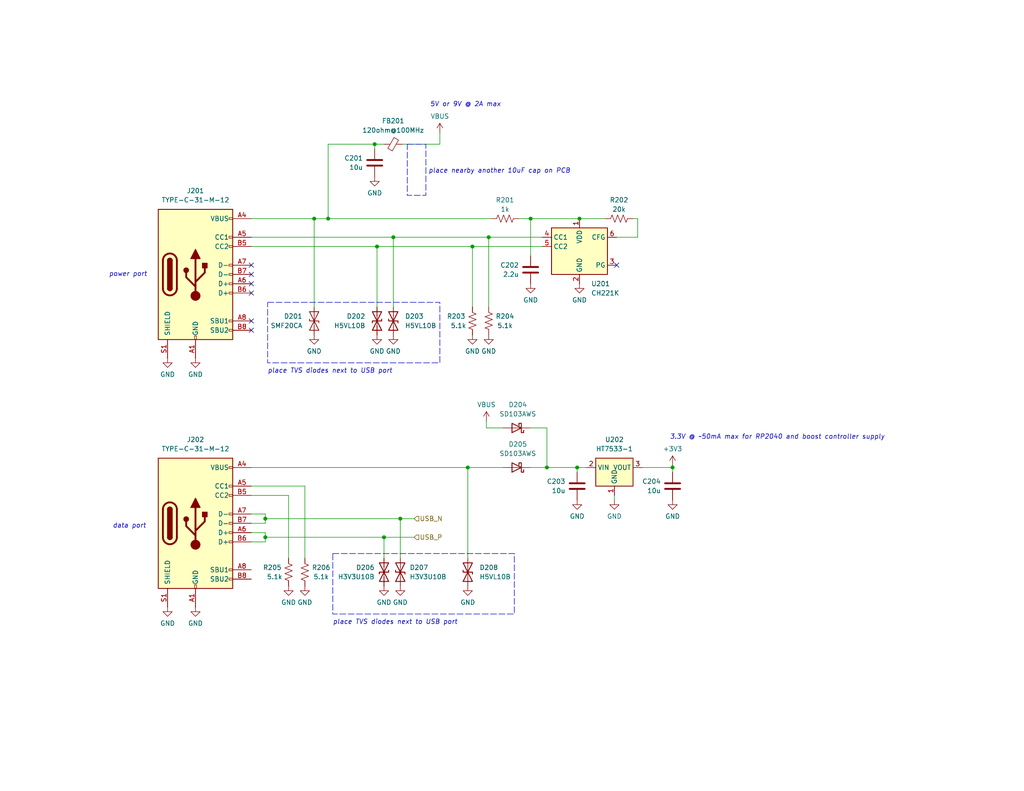
<source format=kicad_sch>
(kicad_sch
	(version 20250114)
	(generator "eeschema")
	(generator_version "9.0")
	(uuid "4463719a-7c49-4f20-bab2-8b4b9025dcee")
	(paper "USLetter")
	(title_block
		(title "big scanlight driver pcb")
		(date "2025-11-09")
		(rev "1")
		(company "jackw01")
	)
	(lib_symbols
		(symbol "Connector:USB_C_Receptacle_USB2.0_16P"
			(pin_names
				(offset 1.016)
			)
			(exclude_from_sim no)
			(in_bom yes)
			(on_board yes)
			(property "Reference" "J"
				(at 0 22.225 0)
				(effects
					(font
						(size 1.27 1.27)
					)
				)
			)
			(property "Value" "USB_C_Receptacle_USB2.0_16P"
				(at 0 19.685 0)
				(effects
					(font
						(size 1.27 1.27)
					)
				)
			)
			(property "Footprint" ""
				(at 3.81 0 0)
				(effects
					(font
						(size 1.27 1.27)
					)
					(hide yes)
				)
			)
			(property "Datasheet" "https://www.usb.org/sites/default/files/documents/usb_type-c.zip"
				(at 3.81 0 0)
				(effects
					(font
						(size 1.27 1.27)
					)
					(hide yes)
				)
			)
			(property "Description" "USB 2.0-only 16P Type-C Receptacle connector"
				(at 0 0 0)
				(effects
					(font
						(size 1.27 1.27)
					)
					(hide yes)
				)
			)
			(property "ki_keywords" "usb universal serial bus type-C USB2.0"
				(at 0 0 0)
				(effects
					(font
						(size 1.27 1.27)
					)
					(hide yes)
				)
			)
			(property "ki_fp_filters" "USB*C*Receptacle*"
				(at 0 0 0)
				(effects
					(font
						(size 1.27 1.27)
					)
					(hide yes)
				)
			)
			(symbol "USB_C_Receptacle_USB2.0_16P_0_0"
				(rectangle
					(start -0.254 -17.78)
					(end 0.254 -16.764)
					(stroke
						(width 0)
						(type default)
					)
					(fill
						(type none)
					)
				)
				(rectangle
					(start 10.16 15.494)
					(end 9.144 14.986)
					(stroke
						(width 0)
						(type default)
					)
					(fill
						(type none)
					)
				)
				(rectangle
					(start 10.16 10.414)
					(end 9.144 9.906)
					(stroke
						(width 0)
						(type default)
					)
					(fill
						(type none)
					)
				)
				(rectangle
					(start 10.16 7.874)
					(end 9.144 7.366)
					(stroke
						(width 0)
						(type default)
					)
					(fill
						(type none)
					)
				)
				(rectangle
					(start 10.16 2.794)
					(end 9.144 2.286)
					(stroke
						(width 0)
						(type default)
					)
					(fill
						(type none)
					)
				)
				(rectangle
					(start 10.16 0.254)
					(end 9.144 -0.254)
					(stroke
						(width 0)
						(type default)
					)
					(fill
						(type none)
					)
				)
				(rectangle
					(start 10.16 -2.286)
					(end 9.144 -2.794)
					(stroke
						(width 0)
						(type default)
					)
					(fill
						(type none)
					)
				)
				(rectangle
					(start 10.16 -4.826)
					(end 9.144 -5.334)
					(stroke
						(width 0)
						(type default)
					)
					(fill
						(type none)
					)
				)
				(rectangle
					(start 10.16 -12.446)
					(end 9.144 -12.954)
					(stroke
						(width 0)
						(type default)
					)
					(fill
						(type none)
					)
				)
				(rectangle
					(start 10.16 -14.986)
					(end 9.144 -15.494)
					(stroke
						(width 0)
						(type default)
					)
					(fill
						(type none)
					)
				)
			)
			(symbol "USB_C_Receptacle_USB2.0_16P_0_1"
				(rectangle
					(start -10.16 17.78)
					(end 10.16 -17.78)
					(stroke
						(width 0.254)
						(type default)
					)
					(fill
						(type background)
					)
				)
				(polyline
					(pts
						(xy -8.89 -3.81) (xy -8.89 3.81)
					)
					(stroke
						(width 0.508)
						(type default)
					)
					(fill
						(type none)
					)
				)
				(rectangle
					(start -7.62 -3.81)
					(end -6.35 3.81)
					(stroke
						(width 0.254)
						(type default)
					)
					(fill
						(type outline)
					)
				)
				(arc
					(start -7.62 3.81)
					(mid -6.985 4.4423)
					(end -6.35 3.81)
					(stroke
						(width 0.254)
						(type default)
					)
					(fill
						(type none)
					)
				)
				(arc
					(start -7.62 3.81)
					(mid -6.985 4.4423)
					(end -6.35 3.81)
					(stroke
						(width 0.254)
						(type default)
					)
					(fill
						(type outline)
					)
				)
				(arc
					(start -8.89 3.81)
					(mid -6.985 5.7067)
					(end -5.08 3.81)
					(stroke
						(width 0.508)
						(type default)
					)
					(fill
						(type none)
					)
				)
				(arc
					(start -5.08 -3.81)
					(mid -6.985 -5.7067)
					(end -8.89 -3.81)
					(stroke
						(width 0.508)
						(type default)
					)
					(fill
						(type none)
					)
				)
				(arc
					(start -6.35 -3.81)
					(mid -6.985 -4.4423)
					(end -7.62 -3.81)
					(stroke
						(width 0.254)
						(type default)
					)
					(fill
						(type none)
					)
				)
				(arc
					(start -6.35 -3.81)
					(mid -6.985 -4.4423)
					(end -7.62 -3.81)
					(stroke
						(width 0.254)
						(type default)
					)
					(fill
						(type outline)
					)
				)
				(polyline
					(pts
						(xy -5.08 3.81) (xy -5.08 -3.81)
					)
					(stroke
						(width 0.508)
						(type default)
					)
					(fill
						(type none)
					)
				)
				(circle
					(center -2.54 1.143)
					(radius 0.635)
					(stroke
						(width 0.254)
						(type default)
					)
					(fill
						(type outline)
					)
				)
				(polyline
					(pts
						(xy -1.27 4.318) (xy 0 6.858) (xy 1.27 4.318) (xy -1.27 4.318)
					)
					(stroke
						(width 0.254)
						(type default)
					)
					(fill
						(type outline)
					)
				)
				(polyline
					(pts
						(xy 0 -2.032) (xy 2.54 0.508) (xy 2.54 1.778)
					)
					(stroke
						(width 0.508)
						(type default)
					)
					(fill
						(type none)
					)
				)
				(polyline
					(pts
						(xy 0 -3.302) (xy -2.54 -0.762) (xy -2.54 0.508)
					)
					(stroke
						(width 0.508)
						(type default)
					)
					(fill
						(type none)
					)
				)
				(polyline
					(pts
						(xy 0 -5.842) (xy 0 4.318)
					)
					(stroke
						(width 0.508)
						(type default)
					)
					(fill
						(type none)
					)
				)
				(circle
					(center 0 -5.842)
					(radius 1.27)
					(stroke
						(width 0)
						(type default)
					)
					(fill
						(type outline)
					)
				)
				(rectangle
					(start 1.905 1.778)
					(end 3.175 3.048)
					(stroke
						(width 0.254)
						(type default)
					)
					(fill
						(type outline)
					)
				)
			)
			(symbol "USB_C_Receptacle_USB2.0_16P_1_1"
				(pin passive line
					(at -7.62 -22.86 90)
					(length 5.08)
					(name "SHIELD"
						(effects
							(font
								(size 1.27 1.27)
							)
						)
					)
					(number "S1"
						(effects
							(font
								(size 1.27 1.27)
							)
						)
					)
				)
				(pin passive line
					(at 0 -22.86 90)
					(length 5.08)
					(name "GND"
						(effects
							(font
								(size 1.27 1.27)
							)
						)
					)
					(number "A1"
						(effects
							(font
								(size 1.27 1.27)
							)
						)
					)
				)
				(pin passive line
					(at 0 -22.86 90)
					(length 5.08)
					(hide yes)
					(name "GND"
						(effects
							(font
								(size 1.27 1.27)
							)
						)
					)
					(number "A12"
						(effects
							(font
								(size 1.27 1.27)
							)
						)
					)
				)
				(pin passive line
					(at 0 -22.86 90)
					(length 5.08)
					(hide yes)
					(name "GND"
						(effects
							(font
								(size 1.27 1.27)
							)
						)
					)
					(number "B1"
						(effects
							(font
								(size 1.27 1.27)
							)
						)
					)
				)
				(pin passive line
					(at 0 -22.86 90)
					(length 5.08)
					(hide yes)
					(name "GND"
						(effects
							(font
								(size 1.27 1.27)
							)
						)
					)
					(number "B12"
						(effects
							(font
								(size 1.27 1.27)
							)
						)
					)
				)
				(pin passive line
					(at 15.24 15.24 180)
					(length 5.08)
					(name "VBUS"
						(effects
							(font
								(size 1.27 1.27)
							)
						)
					)
					(number "A4"
						(effects
							(font
								(size 1.27 1.27)
							)
						)
					)
				)
				(pin passive line
					(at 15.24 15.24 180)
					(length 5.08)
					(hide yes)
					(name "VBUS"
						(effects
							(font
								(size 1.27 1.27)
							)
						)
					)
					(number "A9"
						(effects
							(font
								(size 1.27 1.27)
							)
						)
					)
				)
				(pin passive line
					(at 15.24 15.24 180)
					(length 5.08)
					(hide yes)
					(name "VBUS"
						(effects
							(font
								(size 1.27 1.27)
							)
						)
					)
					(number "B4"
						(effects
							(font
								(size 1.27 1.27)
							)
						)
					)
				)
				(pin passive line
					(at 15.24 15.24 180)
					(length 5.08)
					(hide yes)
					(name "VBUS"
						(effects
							(font
								(size 1.27 1.27)
							)
						)
					)
					(number "B9"
						(effects
							(font
								(size 1.27 1.27)
							)
						)
					)
				)
				(pin bidirectional line
					(at 15.24 10.16 180)
					(length 5.08)
					(name "CC1"
						(effects
							(font
								(size 1.27 1.27)
							)
						)
					)
					(number "A5"
						(effects
							(font
								(size 1.27 1.27)
							)
						)
					)
				)
				(pin bidirectional line
					(at 15.24 7.62 180)
					(length 5.08)
					(name "CC2"
						(effects
							(font
								(size 1.27 1.27)
							)
						)
					)
					(number "B5"
						(effects
							(font
								(size 1.27 1.27)
							)
						)
					)
				)
				(pin bidirectional line
					(at 15.24 2.54 180)
					(length 5.08)
					(name "D-"
						(effects
							(font
								(size 1.27 1.27)
							)
						)
					)
					(number "A7"
						(effects
							(font
								(size 1.27 1.27)
							)
						)
					)
				)
				(pin bidirectional line
					(at 15.24 0 180)
					(length 5.08)
					(name "D-"
						(effects
							(font
								(size 1.27 1.27)
							)
						)
					)
					(number "B7"
						(effects
							(font
								(size 1.27 1.27)
							)
						)
					)
				)
				(pin bidirectional line
					(at 15.24 -2.54 180)
					(length 5.08)
					(name "D+"
						(effects
							(font
								(size 1.27 1.27)
							)
						)
					)
					(number "A6"
						(effects
							(font
								(size 1.27 1.27)
							)
						)
					)
				)
				(pin bidirectional line
					(at 15.24 -5.08 180)
					(length 5.08)
					(name "D+"
						(effects
							(font
								(size 1.27 1.27)
							)
						)
					)
					(number "B6"
						(effects
							(font
								(size 1.27 1.27)
							)
						)
					)
				)
				(pin bidirectional line
					(at 15.24 -12.7 180)
					(length 5.08)
					(name "SBU1"
						(effects
							(font
								(size 1.27 1.27)
							)
						)
					)
					(number "A8"
						(effects
							(font
								(size 1.27 1.27)
							)
						)
					)
				)
				(pin bidirectional line
					(at 15.24 -15.24 180)
					(length 5.08)
					(name "SBU2"
						(effects
							(font
								(size 1.27 1.27)
							)
						)
					)
					(number "B8"
						(effects
							(font
								(size 1.27 1.27)
							)
						)
					)
				)
			)
			(embedded_fonts no)
		)
		(symbol "Device:C"
			(pin_numbers
				(hide yes)
			)
			(pin_names
				(offset 0.254)
			)
			(exclude_from_sim no)
			(in_bom yes)
			(on_board yes)
			(property "Reference" "C"
				(at 0.635 2.54 0)
				(effects
					(font
						(size 1.27 1.27)
					)
					(justify left)
				)
			)
			(property "Value" "C"
				(at 0.635 -2.54 0)
				(effects
					(font
						(size 1.27 1.27)
					)
					(justify left)
				)
			)
			(property "Footprint" ""
				(at 0.9652 -3.81 0)
				(effects
					(font
						(size 1.27 1.27)
					)
					(hide yes)
				)
			)
			(property "Datasheet" "~"
				(at 0 0 0)
				(effects
					(font
						(size 1.27 1.27)
					)
					(hide yes)
				)
			)
			(property "Description" "Unpolarized capacitor"
				(at 0 0 0)
				(effects
					(font
						(size 1.27 1.27)
					)
					(hide yes)
				)
			)
			(property "ki_keywords" "cap capacitor"
				(at 0 0 0)
				(effects
					(font
						(size 1.27 1.27)
					)
					(hide yes)
				)
			)
			(property "ki_fp_filters" "C_*"
				(at 0 0 0)
				(effects
					(font
						(size 1.27 1.27)
					)
					(hide yes)
				)
			)
			(symbol "C_0_1"
				(polyline
					(pts
						(xy -2.032 0.762) (xy 2.032 0.762)
					)
					(stroke
						(width 0.508)
						(type default)
					)
					(fill
						(type none)
					)
				)
				(polyline
					(pts
						(xy -2.032 -0.762) (xy 2.032 -0.762)
					)
					(stroke
						(width 0.508)
						(type default)
					)
					(fill
						(type none)
					)
				)
			)
			(symbol "C_1_1"
				(pin passive line
					(at 0 3.81 270)
					(length 2.794)
					(name "~"
						(effects
							(font
								(size 1.27 1.27)
							)
						)
					)
					(number "1"
						(effects
							(font
								(size 1.27 1.27)
							)
						)
					)
				)
				(pin passive line
					(at 0 -3.81 90)
					(length 2.794)
					(name "~"
						(effects
							(font
								(size 1.27 1.27)
							)
						)
					)
					(number "2"
						(effects
							(font
								(size 1.27 1.27)
							)
						)
					)
				)
			)
			(embedded_fonts no)
		)
		(symbol "Device:D_Schottky"
			(pin_numbers
				(hide yes)
			)
			(pin_names
				(offset 1.016)
				(hide yes)
			)
			(exclude_from_sim no)
			(in_bom yes)
			(on_board yes)
			(property "Reference" "D"
				(at 0 2.54 0)
				(effects
					(font
						(size 1.27 1.27)
					)
				)
			)
			(property "Value" "D_Schottky"
				(at 0 -2.54 0)
				(effects
					(font
						(size 1.27 1.27)
					)
				)
			)
			(property "Footprint" ""
				(at 0 0 0)
				(effects
					(font
						(size 1.27 1.27)
					)
					(hide yes)
				)
			)
			(property "Datasheet" "~"
				(at 0 0 0)
				(effects
					(font
						(size 1.27 1.27)
					)
					(hide yes)
				)
			)
			(property "Description" "Schottky diode"
				(at 0 0 0)
				(effects
					(font
						(size 1.27 1.27)
					)
					(hide yes)
				)
			)
			(property "ki_keywords" "diode Schottky"
				(at 0 0 0)
				(effects
					(font
						(size 1.27 1.27)
					)
					(hide yes)
				)
			)
			(property "ki_fp_filters" "TO-???* *_Diode_* *SingleDiode* D_*"
				(at 0 0 0)
				(effects
					(font
						(size 1.27 1.27)
					)
					(hide yes)
				)
			)
			(symbol "D_Schottky_0_1"
				(polyline
					(pts
						(xy -1.905 0.635) (xy -1.905 1.27) (xy -1.27 1.27) (xy -1.27 -1.27) (xy -0.635 -1.27) (xy -0.635 -0.635)
					)
					(stroke
						(width 0.254)
						(type default)
					)
					(fill
						(type none)
					)
				)
				(polyline
					(pts
						(xy 1.27 1.27) (xy 1.27 -1.27) (xy -1.27 0) (xy 1.27 1.27)
					)
					(stroke
						(width 0.254)
						(type default)
					)
					(fill
						(type none)
					)
				)
				(polyline
					(pts
						(xy 1.27 0) (xy -1.27 0)
					)
					(stroke
						(width 0)
						(type default)
					)
					(fill
						(type none)
					)
				)
			)
			(symbol "D_Schottky_1_1"
				(pin passive line
					(at -3.81 0 0)
					(length 2.54)
					(name "K"
						(effects
							(font
								(size 1.27 1.27)
							)
						)
					)
					(number "1"
						(effects
							(font
								(size 1.27 1.27)
							)
						)
					)
				)
				(pin passive line
					(at 3.81 0 180)
					(length 2.54)
					(name "A"
						(effects
							(font
								(size 1.27 1.27)
							)
						)
					)
					(number "2"
						(effects
							(font
								(size 1.27 1.27)
							)
						)
					)
				)
			)
			(embedded_fonts no)
		)
		(symbol "Device:D_TVS"
			(pin_numbers
				(hide yes)
			)
			(pin_names
				(offset 1.016)
				(hide yes)
			)
			(exclude_from_sim no)
			(in_bom yes)
			(on_board yes)
			(property "Reference" "D"
				(at 0 2.54 0)
				(effects
					(font
						(size 1.27 1.27)
					)
				)
			)
			(property "Value" "D_TVS"
				(at 0 -2.54 0)
				(effects
					(font
						(size 1.27 1.27)
					)
				)
			)
			(property "Footprint" ""
				(at 0 0 0)
				(effects
					(font
						(size 1.27 1.27)
					)
					(hide yes)
				)
			)
			(property "Datasheet" "~"
				(at 0 0 0)
				(effects
					(font
						(size 1.27 1.27)
					)
					(hide yes)
				)
			)
			(property "Description" "Bidirectional transient-voltage-suppression diode"
				(at 0 0 0)
				(effects
					(font
						(size 1.27 1.27)
					)
					(hide yes)
				)
			)
			(property "ki_keywords" "diode TVS thyrector"
				(at 0 0 0)
				(effects
					(font
						(size 1.27 1.27)
					)
					(hide yes)
				)
			)
			(property "ki_fp_filters" "TO-???* *_Diode_* *SingleDiode* D_*"
				(at 0 0 0)
				(effects
					(font
						(size 1.27 1.27)
					)
					(hide yes)
				)
			)
			(symbol "D_TVS_0_1"
				(polyline
					(pts
						(xy -2.54 1.27) (xy -2.54 -1.27) (xy 2.54 1.27) (xy 2.54 -1.27) (xy -2.54 1.27)
					)
					(stroke
						(width 0.254)
						(type default)
					)
					(fill
						(type none)
					)
				)
				(polyline
					(pts
						(xy 0.508 1.27) (xy 0 1.27) (xy 0 -1.27) (xy -0.508 -1.27)
					)
					(stroke
						(width 0.254)
						(type default)
					)
					(fill
						(type none)
					)
				)
				(polyline
					(pts
						(xy 1.27 0) (xy -1.27 0)
					)
					(stroke
						(width 0)
						(type default)
					)
					(fill
						(type none)
					)
				)
			)
			(symbol "D_TVS_1_1"
				(pin passive line
					(at -3.81 0 0)
					(length 2.54)
					(name "A1"
						(effects
							(font
								(size 1.27 1.27)
							)
						)
					)
					(number "1"
						(effects
							(font
								(size 1.27 1.27)
							)
						)
					)
				)
				(pin passive line
					(at 3.81 0 180)
					(length 2.54)
					(name "A2"
						(effects
							(font
								(size 1.27 1.27)
							)
						)
					)
					(number "2"
						(effects
							(font
								(size 1.27 1.27)
							)
						)
					)
				)
			)
			(embedded_fonts no)
		)
		(symbol "Device:FerriteBead_Small"
			(pin_numbers
				(hide yes)
			)
			(pin_names
				(offset 0)
			)
			(exclude_from_sim no)
			(in_bom yes)
			(on_board yes)
			(property "Reference" "FB"
				(at 1.905 1.27 0)
				(effects
					(font
						(size 1.27 1.27)
					)
					(justify left)
				)
			)
			(property "Value" "FerriteBead_Small"
				(at 1.905 -1.27 0)
				(effects
					(font
						(size 1.27 1.27)
					)
					(justify left)
				)
			)
			(property "Footprint" ""
				(at -1.778 0 90)
				(effects
					(font
						(size 1.27 1.27)
					)
					(hide yes)
				)
			)
			(property "Datasheet" "~"
				(at 0 0 0)
				(effects
					(font
						(size 1.27 1.27)
					)
					(hide yes)
				)
			)
			(property "Description" "Ferrite bead, small symbol"
				(at 0 0 0)
				(effects
					(font
						(size 1.27 1.27)
					)
					(hide yes)
				)
			)
			(property "ki_keywords" "L ferrite bead inductor filter"
				(at 0 0 0)
				(effects
					(font
						(size 1.27 1.27)
					)
					(hide yes)
				)
			)
			(property "ki_fp_filters" "Inductor_* L_* *Ferrite*"
				(at 0 0 0)
				(effects
					(font
						(size 1.27 1.27)
					)
					(hide yes)
				)
			)
			(symbol "FerriteBead_Small_0_1"
				(polyline
					(pts
						(xy -1.8288 0.2794) (xy -1.1176 1.4986) (xy 1.8288 -0.2032) (xy 1.1176 -1.4224) (xy -1.8288 0.2794)
					)
					(stroke
						(width 0)
						(type default)
					)
					(fill
						(type none)
					)
				)
				(polyline
					(pts
						(xy 0 0.889) (xy 0 1.2954)
					)
					(stroke
						(width 0)
						(type default)
					)
					(fill
						(type none)
					)
				)
				(polyline
					(pts
						(xy 0 -1.27) (xy 0 -0.7874)
					)
					(stroke
						(width 0)
						(type default)
					)
					(fill
						(type none)
					)
				)
			)
			(symbol "FerriteBead_Small_1_1"
				(pin passive line
					(at 0 2.54 270)
					(length 1.27)
					(name "~"
						(effects
							(font
								(size 1.27 1.27)
							)
						)
					)
					(number "1"
						(effects
							(font
								(size 1.27 1.27)
							)
						)
					)
				)
				(pin passive line
					(at 0 -2.54 90)
					(length 1.27)
					(name "~"
						(effects
							(font
								(size 1.27 1.27)
							)
						)
					)
					(number "2"
						(effects
							(font
								(size 1.27 1.27)
							)
						)
					)
				)
			)
			(embedded_fonts no)
		)
		(symbol "Device:R_US"
			(pin_numbers
				(hide yes)
			)
			(pin_names
				(offset 0)
			)
			(exclude_from_sim no)
			(in_bom yes)
			(on_board yes)
			(property "Reference" "R"
				(at 2.54 0 90)
				(effects
					(font
						(size 1.27 1.27)
					)
				)
			)
			(property "Value" "R_US"
				(at -2.54 0 90)
				(effects
					(font
						(size 1.27 1.27)
					)
				)
			)
			(property "Footprint" ""
				(at 1.016 -0.254 90)
				(effects
					(font
						(size 1.27 1.27)
					)
					(hide yes)
				)
			)
			(property "Datasheet" "~"
				(at 0 0 0)
				(effects
					(font
						(size 1.27 1.27)
					)
					(hide yes)
				)
			)
			(property "Description" "Resistor, US symbol"
				(at 0 0 0)
				(effects
					(font
						(size 1.27 1.27)
					)
					(hide yes)
				)
			)
			(property "ki_keywords" "R res resistor"
				(at 0 0 0)
				(effects
					(font
						(size 1.27 1.27)
					)
					(hide yes)
				)
			)
			(property "ki_fp_filters" "R_*"
				(at 0 0 0)
				(effects
					(font
						(size 1.27 1.27)
					)
					(hide yes)
				)
			)
			(symbol "R_US_0_1"
				(polyline
					(pts
						(xy 0 2.286) (xy 0 2.54)
					)
					(stroke
						(width 0)
						(type default)
					)
					(fill
						(type none)
					)
				)
				(polyline
					(pts
						(xy 0 2.286) (xy 1.016 1.905) (xy 0 1.524) (xy -1.016 1.143) (xy 0 0.762)
					)
					(stroke
						(width 0)
						(type default)
					)
					(fill
						(type none)
					)
				)
				(polyline
					(pts
						(xy 0 0.762) (xy 1.016 0.381) (xy 0 0) (xy -1.016 -0.381) (xy 0 -0.762)
					)
					(stroke
						(width 0)
						(type default)
					)
					(fill
						(type none)
					)
				)
				(polyline
					(pts
						(xy 0 -0.762) (xy 1.016 -1.143) (xy 0 -1.524) (xy -1.016 -1.905) (xy 0 -2.286)
					)
					(stroke
						(width 0)
						(type default)
					)
					(fill
						(type none)
					)
				)
				(polyline
					(pts
						(xy 0 -2.286) (xy 0 -2.54)
					)
					(stroke
						(width 0)
						(type default)
					)
					(fill
						(type none)
					)
				)
			)
			(symbol "R_US_1_1"
				(pin passive line
					(at 0 3.81 270)
					(length 1.27)
					(name "~"
						(effects
							(font
								(size 1.27 1.27)
							)
						)
					)
					(number "1"
						(effects
							(font
								(size 1.27 1.27)
							)
						)
					)
				)
				(pin passive line
					(at 0 -3.81 90)
					(length 1.27)
					(name "~"
						(effects
							(font
								(size 1.27 1.27)
							)
						)
					)
					(number "2"
						(effects
							(font
								(size 1.27 1.27)
							)
						)
					)
				)
			)
			(embedded_fonts no)
		)
		(symbol "Diode:SMAJ18CA"
			(pin_numbers
				(hide yes)
			)
			(pin_names
				(offset 1.016)
				(hide yes)
			)
			(exclude_from_sim no)
			(in_bom yes)
			(on_board yes)
			(property "Reference" "D"
				(at 0 2.54 0)
				(effects
					(font
						(size 1.27 1.27)
					)
				)
			)
			(property "Value" "SMAJ18CA"
				(at 0 -2.54 0)
				(effects
					(font
						(size 1.27 1.27)
					)
				)
			)
			(property "Footprint" "Diode_SMD:D_SMA"
				(at 0 -5.08 0)
				(effects
					(font
						(size 1.27 1.27)
					)
					(hide yes)
				)
			)
			(property "Datasheet" "https://www.littelfuse.com/media?resourcetype=datasheets&itemid=75e32973-b177-4ee3-a0ff-cedaf1abdb93&filename=smaj-datasheet"
				(at 0 0 0)
				(effects
					(font
						(size 1.27 1.27)
					)
					(hide yes)
				)
			)
			(property "Description" "400W bidirectional Transient Voltage Suppressor, 18.0Vr, SMA(DO-214AC)"
				(at 0 0 0)
				(effects
					(font
						(size 1.27 1.27)
					)
					(hide yes)
				)
			)
			(property "ki_keywords" "bidirectional diode TVS voltage suppressor"
				(at 0 0 0)
				(effects
					(font
						(size 1.27 1.27)
					)
					(hide yes)
				)
			)
			(property "ki_fp_filters" "D*SMA*"
				(at 0 0 0)
				(effects
					(font
						(size 1.27 1.27)
					)
					(hide yes)
				)
			)
			(symbol "SMAJ18CA_0_1"
				(polyline
					(pts
						(xy -2.54 -1.27) (xy 0 0) (xy -2.54 1.27) (xy -2.54 -1.27)
					)
					(stroke
						(width 0.2032)
						(type default)
					)
					(fill
						(type none)
					)
				)
				(polyline
					(pts
						(xy 0.508 1.27) (xy 0 1.27) (xy 0 -1.27) (xy -0.508 -1.27)
					)
					(stroke
						(width 0.2032)
						(type default)
					)
					(fill
						(type none)
					)
				)
				(polyline
					(pts
						(xy 1.27 0) (xy -1.27 0)
					)
					(stroke
						(width 0)
						(type default)
					)
					(fill
						(type none)
					)
				)
				(polyline
					(pts
						(xy 2.54 1.27) (xy 2.54 -1.27) (xy 0 0) (xy 2.54 1.27)
					)
					(stroke
						(width 0.2032)
						(type default)
					)
					(fill
						(type none)
					)
				)
			)
			(symbol "SMAJ18CA_1_1"
				(pin passive line
					(at -3.81 0 0)
					(length 2.54)
					(name "A1"
						(effects
							(font
								(size 1.27 1.27)
							)
						)
					)
					(number "1"
						(effects
							(font
								(size 1.27 1.27)
							)
						)
					)
				)
				(pin passive line
					(at 3.81 0 180)
					(length 2.54)
					(name "A2"
						(effects
							(font
								(size 1.27 1.27)
							)
						)
					)
					(number "2"
						(effects
							(font
								(size 1.27 1.27)
							)
						)
					)
				)
			)
			(embedded_fonts no)
		)
		(symbol "Interface_USB:CH224K"
			(exclude_from_sim no)
			(in_bom yes)
			(on_board yes)
			(property "Reference" "U111"
				(at 2.1433 -9.525 0)
				(effects
					(font
						(size 1.27 1.27)
					)
					(justify left)
				)
			)
			(property "Value" "CH221K"
				(at 2.1433 -12.065 0)
				(effects
					(font
						(size 1.27 1.27)
					)
					(justify left)
				)
			)
			(property "Footprint" "Package_TO_SOT_SMD:SOT-23-6"
				(at 0 -24.13 0)
				(effects
					(font
						(size 1.27 1.27)
					)
					(hide yes)
				)
			)
			(property "Datasheet" "https://jlcpcb.com/api/file/downloadByFileSystemAccessId/8618867384841089024"
				(at 0 13.97 0)
				(effects
					(font
						(size 1.27 1.27)
					)
					(hide yes)
				)
			)
			(property "Description" "100W USB Type-C PD3.0/2.0, BC1.2 Sink Controller"
				(at 0 0 0)
				(effects
					(font
						(size 1.27 1.27)
					)
					(hide yes)
				)
			)
			(property "ki_keywords" "USB-C WCH powered-device"
				(at 0 0 0)
				(effects
					(font
						(size 1.27 1.27)
					)
					(hide yes)
				)
			)
			(property "ki_fp_filters" "SSOP*3.9x4.9mm*P1mm*EP2.1x3.3mm*"
				(at 0 0 0)
				(effects
					(font
						(size 1.27 1.27)
					)
					(hide yes)
				)
			)
			(symbol "CH224K_1_0"
				(pin input line
					(at 10.16 5.08 180)
					(length 2.54)
					(name "CFG"
						(effects
							(font
								(size 1.27 1.27)
							)
						)
					)
					(number "6"
						(effects
							(font
								(size 1.27 1.27)
							)
						)
					)
				)
			)
			(symbol "CH224K_1_1"
				(rectangle
					(start -7.62 7.62)
					(end 7.62 -5.08)
					(stroke
						(width 0.254)
						(type default)
					)
					(fill
						(type background)
					)
				)
				(pin bidirectional line
					(at -10.16 5.08 0)
					(length 2.54)
					(name "CC1"
						(effects
							(font
								(size 1.27 1.27)
							)
						)
					)
					(number "4"
						(effects
							(font
								(size 1.27 1.27)
							)
						)
					)
				)
				(pin bidirectional line
					(at -10.16 2.54 0)
					(length 2.54)
					(name "CC2"
						(effects
							(font
								(size 1.27 1.27)
							)
						)
					)
					(number "5"
						(effects
							(font
								(size 1.27 1.27)
							)
						)
					)
				)
				(pin power_in line
					(at 0 10.16 270)
					(length 2.54)
					(name "VDD"
						(effects
							(font
								(size 1.27 1.27)
							)
						)
					)
					(number "1"
						(effects
							(font
								(size 1.27 1.27)
							)
						)
					)
				)
				(pin power_in line
					(at 0 -7.62 90)
					(length 2.54)
					(name "GND"
						(effects
							(font
								(size 1.27 1.27)
							)
						)
					)
					(number "2"
						(effects
							(font
								(size 1.27 1.27)
							)
						)
					)
				)
				(pin open_collector line
					(at 10.16 -2.54 180)
					(length 2.54)
					(name "PG"
						(effects
							(font
								(size 1.27 1.27)
							)
						)
					)
					(number "3"
						(effects
							(font
								(size 1.27 1.27)
							)
						)
					)
				)
			)
			(embedded_fonts no)
		)
		(symbol "Regulator_Linear:HT75xx-1-SOT89"
			(exclude_from_sim no)
			(in_bom yes)
			(on_board yes)
			(property "Reference" "U"
				(at -5.08 -3.81 0)
				(effects
					(font
						(size 1.27 1.27)
					)
					(justify left)
				)
			)
			(property "Value" "HT75xx-1-SOT89"
				(at 0 6.35 0)
				(effects
					(font
						(size 1.27 1.27)
					)
				)
			)
			(property "Footprint" "Package_TO_SOT_SMD:SOT-89-3"
				(at 0 8.255 0)
				(effects
					(font
						(size 1.27 1.27)
						(italic yes)
					)
					(hide yes)
				)
			)
			(property "Datasheet" "https://www.holtek.com/documents/10179/116711/HT75xx-1v250.pdf"
				(at 0 2.54 0)
				(effects
					(font
						(size 1.27 1.27)
					)
					(hide yes)
				)
			)
			(property "Description" "100mA Low Dropout Voltage Regulator, Fixed Output, SOT89"
				(at 0 0 0)
				(effects
					(font
						(size 1.27 1.27)
					)
					(hide yes)
				)
			)
			(property "ki_keywords" "100mA LDO Regulator Fixed Positive"
				(at 0 0 0)
				(effects
					(font
						(size 1.27 1.27)
					)
					(hide yes)
				)
			)
			(property "ki_fp_filters" "SOT?89*"
				(at 0 0 0)
				(effects
					(font
						(size 1.27 1.27)
					)
					(hide yes)
				)
			)
			(symbol "HT75xx-1-SOT89_0_1"
				(rectangle
					(start -5.08 5.08)
					(end 5.08 -2.54)
					(stroke
						(width 0.254)
						(type default)
					)
					(fill
						(type background)
					)
				)
			)
			(symbol "HT75xx-1-SOT89_1_1"
				(pin power_in line
					(at -7.62 2.54 0)
					(length 2.54)
					(name "VIN"
						(effects
							(font
								(size 1.27 1.27)
							)
						)
					)
					(number "2"
						(effects
							(font
								(size 1.27 1.27)
							)
						)
					)
				)
				(pin power_in line
					(at 0 -5.08 90)
					(length 2.54)
					(name "GND"
						(effects
							(font
								(size 1.27 1.27)
							)
						)
					)
					(number "1"
						(effects
							(font
								(size 1.27 1.27)
							)
						)
					)
				)
				(pin power_out line
					(at 7.62 2.54 180)
					(length 2.54)
					(name "VOUT"
						(effects
							(font
								(size 1.27 1.27)
							)
						)
					)
					(number "3"
						(effects
							(font
								(size 1.27 1.27)
							)
						)
					)
				)
			)
			(embedded_fonts no)
		)
		(symbol "power:+3V3"
			(power)
			(pin_numbers
				(hide yes)
			)
			(pin_names
				(offset 0)
				(hide yes)
			)
			(exclude_from_sim no)
			(in_bom yes)
			(on_board yes)
			(property "Reference" "#PWR"
				(at 0 -3.81 0)
				(effects
					(font
						(size 1.27 1.27)
					)
					(hide yes)
				)
			)
			(property "Value" "+3V3"
				(at 0 3.556 0)
				(effects
					(font
						(size 1.27 1.27)
					)
				)
			)
			(property "Footprint" ""
				(at 0 0 0)
				(effects
					(font
						(size 1.27 1.27)
					)
					(hide yes)
				)
			)
			(property "Datasheet" ""
				(at 0 0 0)
				(effects
					(font
						(size 1.27 1.27)
					)
					(hide yes)
				)
			)
			(property "Description" "Power symbol creates a global label with name \"+3V3\""
				(at 0 0 0)
				(effects
					(font
						(size 1.27 1.27)
					)
					(hide yes)
				)
			)
			(property "ki_keywords" "global power"
				(at 0 0 0)
				(effects
					(font
						(size 1.27 1.27)
					)
					(hide yes)
				)
			)
			(symbol "+3V3_0_1"
				(polyline
					(pts
						(xy -0.762 1.27) (xy 0 2.54)
					)
					(stroke
						(width 0)
						(type default)
					)
					(fill
						(type none)
					)
				)
				(polyline
					(pts
						(xy 0 2.54) (xy 0.762 1.27)
					)
					(stroke
						(width 0)
						(type default)
					)
					(fill
						(type none)
					)
				)
				(polyline
					(pts
						(xy 0 0) (xy 0 2.54)
					)
					(stroke
						(width 0)
						(type default)
					)
					(fill
						(type none)
					)
				)
			)
			(symbol "+3V3_1_1"
				(pin power_in line
					(at 0 0 90)
					(length 0)
					(name "~"
						(effects
							(font
								(size 1.27 1.27)
							)
						)
					)
					(number "1"
						(effects
							(font
								(size 1.27 1.27)
							)
						)
					)
				)
			)
			(embedded_fonts no)
		)
		(symbol "power:GND"
			(power)
			(pin_names
				(offset 0)
			)
			(exclude_from_sim no)
			(in_bom yes)
			(on_board yes)
			(property "Reference" "#PWR"
				(at 0 -6.35 0)
				(effects
					(font
						(size 1.27 1.27)
					)
					(hide yes)
				)
			)
			(property "Value" "GND"
				(at 0 -3.81 0)
				(effects
					(font
						(size 1.27 1.27)
					)
				)
			)
			(property "Footprint" ""
				(at 0 0 0)
				(effects
					(font
						(size 1.27 1.27)
					)
					(hide yes)
				)
			)
			(property "Datasheet" ""
				(at 0 0 0)
				(effects
					(font
						(size 1.27 1.27)
					)
					(hide yes)
				)
			)
			(property "Description" "Power symbol creates a global label with name \"GND\" , ground"
				(at 0 0 0)
				(effects
					(font
						(size 1.27 1.27)
					)
					(hide yes)
				)
			)
			(property "ki_keywords" "global power"
				(at 0 0 0)
				(effects
					(font
						(size 1.27 1.27)
					)
					(hide yes)
				)
			)
			(symbol "GND_0_1"
				(polyline
					(pts
						(xy 0 0) (xy 0 -1.27) (xy 1.27 -1.27) (xy 0 -2.54) (xy -1.27 -1.27) (xy 0 -1.27)
					)
					(stroke
						(width 0)
						(type default)
					)
					(fill
						(type none)
					)
				)
			)
			(symbol "GND_1_1"
				(pin power_in line
					(at 0 0 270)
					(length 0)
					(hide yes)
					(name "GND"
						(effects
							(font
								(size 1.27 1.27)
							)
						)
					)
					(number "1"
						(effects
							(font
								(size 1.27 1.27)
							)
						)
					)
				)
			)
			(embedded_fonts no)
		)
		(symbol "power:VBUS"
			(power)
			(pin_numbers
				(hide yes)
			)
			(pin_names
				(offset 0)
				(hide yes)
			)
			(exclude_from_sim no)
			(in_bom yes)
			(on_board yes)
			(property "Reference" "#PWR"
				(at 0 -3.81 0)
				(effects
					(font
						(size 1.27 1.27)
					)
					(hide yes)
				)
			)
			(property "Value" "VBUS"
				(at 0 3.556 0)
				(effects
					(font
						(size 1.27 1.27)
					)
				)
			)
			(property "Footprint" ""
				(at 0 0 0)
				(effects
					(font
						(size 1.27 1.27)
					)
					(hide yes)
				)
			)
			(property "Datasheet" ""
				(at 0 0 0)
				(effects
					(font
						(size 1.27 1.27)
					)
					(hide yes)
				)
			)
			(property "Description" "Power symbol creates a global label with name \"VBUS\""
				(at 0 0 0)
				(effects
					(font
						(size 1.27 1.27)
					)
					(hide yes)
				)
			)
			(property "ki_keywords" "global power"
				(at 0 0 0)
				(effects
					(font
						(size 1.27 1.27)
					)
					(hide yes)
				)
			)
			(symbol "VBUS_0_1"
				(polyline
					(pts
						(xy -0.762 1.27) (xy 0 2.54)
					)
					(stroke
						(width 0)
						(type default)
					)
					(fill
						(type none)
					)
				)
				(polyline
					(pts
						(xy 0 2.54) (xy 0.762 1.27)
					)
					(stroke
						(width 0)
						(type default)
					)
					(fill
						(type none)
					)
				)
				(polyline
					(pts
						(xy 0 0) (xy 0 2.54)
					)
					(stroke
						(width 0)
						(type default)
					)
					(fill
						(type none)
					)
				)
			)
			(symbol "VBUS_1_1"
				(pin power_in line
					(at 0 0 90)
					(length 0)
					(name "~"
						(effects
							(font
								(size 1.27 1.27)
							)
						)
					)
					(number "1"
						(effects
							(font
								(size 1.27 1.27)
							)
						)
					)
				)
			)
			(embedded_fonts no)
		)
	)
	(rectangle
		(start 90.805 151.13)
		(end 140.335 167.64)
		(stroke
			(width 0)
			(type dash)
		)
		(fill
			(type none)
		)
		(uuid 246dc3d5-b0e8-4b9c-bdb4-a2a576130318)
	)
	(rectangle
		(start 111.125 39.37)
		(end 116.205 53.34)
		(stroke
			(width 0)
			(type dash)
		)
		(fill
			(type none)
		)
		(uuid 72c0f33c-661b-4f31-b8e5-5c252d4d9828)
	)
	(rectangle
		(start 73.025 82.55)
		(end 120.015 99.06)
		(stroke
			(width 0)
			(type dash)
		)
		(fill
			(type none)
		)
		(uuid 89413fb3-7dcd-40c6-aa19-f9ec6a4f4101)
	)
	(text "place TVS diodes next to USB port"
		(exclude_from_sim no)
		(at 107.823 169.926 0)
		(effects
			(font
				(size 1.27 1.27)
				(italic yes)
			)
		)
		(uuid "1247b211-ff86-455a-8a8b-129e64688efc")
	)
	(text "power port"
		(exclude_from_sim no)
		(at 34.925 74.93 0)
		(effects
			(font
				(size 1.27 1.27)
				(italic yes)
			)
		)
		(uuid "294d8beb-7ef1-4fb2-91a5-b7db0b90ac60")
	)
	(text "place nearby another 10uF cap on PCB"
		(exclude_from_sim no)
		(at 136.271 46.736 0)
		(effects
			(font
				(size 1.27 1.27)
				(italic yes)
			)
		)
		(uuid "551abf2d-6985-4b0f-a537-33443e5e3c16")
	)
	(text "place TVS diodes next to USB port"
		(exclude_from_sim no)
		(at 90.043 101.346 0)
		(effects
			(font
				(size 1.27 1.27)
				(italic yes)
			)
		)
		(uuid "a63f126a-188c-42e0-883f-239ba528f86b")
	)
	(text "5V or 9V @ 2A max"
		(exclude_from_sim no)
		(at 127 28.575 0)
		(effects
			(font
				(size 1.27 1.27)
				(italic yes)
			)
		)
		(uuid "cb84b0b8-54f8-440b-8a87-0a51727e220d")
	)
	(text "3.3V @ ~50mA max for RP2040 and boost controller supply"
		(exclude_from_sim no)
		(at 212.09 119.38 0)
		(effects
			(font
				(size 1.27 1.27)
				(italic yes)
			)
		)
		(uuid "df43a0a7-175a-491c-80b9-e93844df242e")
	)
	(text "data port"
		(exclude_from_sim no)
		(at 35.306 143.637 0)
		(effects
			(font
				(size 1.27 1.27)
				(italic yes)
			)
		)
		(uuid "e19dbb2b-c5c4-409d-bcf6-fe96b2860a69")
	)
	(junction
		(at 133.35 64.77)
		(diameter 0)
		(color 0 0 0 0)
		(uuid "07ff2ee7-f9d7-49af-be82-a82e8f10d69a")
	)
	(junction
		(at 89.535 59.69)
		(diameter 0)
		(color 0 0 0 0)
		(uuid "0fca6f54-14ea-4fb6-ab77-9926d7a83ed6")
	)
	(junction
		(at 144.78 59.69)
		(diameter 0)
		(color 0 0 0 0)
		(uuid "2537785e-1044-4801-85e1-5a9b63e44255")
	)
	(junction
		(at 107.315 64.77)
		(diameter 0)
		(color 0 0 0 0)
		(uuid "35fc0930-1d7a-416a-8d7b-f9db56583374")
	)
	(junction
		(at 104.775 146.685)
		(diameter 0)
		(color 0 0 0 0)
		(uuid "441ed584-e9cc-41d2-ad46-5dc913afc590")
	)
	(junction
		(at 85.725 59.69)
		(diameter 0)
		(color 0 0 0 0)
		(uuid "612f1d71-6d3e-423e-9fa9-437692f8b231")
	)
	(junction
		(at 109.22 141.605)
		(diameter 0)
		(color 0 0 0 0)
		(uuid "71fc25a4-19bd-4813-9956-9f80b2beaa77")
	)
	(junction
		(at 102.235 39.37)
		(diameter 0)
		(color 0 0 0 0)
		(uuid "7d282c2b-9edc-4752-873c-726e970a53a2")
	)
	(junction
		(at 149.225 127.635)
		(diameter 0)
		(color 0 0 0 0)
		(uuid "86048085-e9d4-484f-bdc6-56bd94b70371")
	)
	(junction
		(at 157.48 127.635)
		(diameter 0)
		(color 0 0 0 0)
		(uuid "8ac39d01-2b3c-40c8-9c13-3dbaa09c34c3")
	)
	(junction
		(at 183.515 127.635)
		(diameter 0)
		(color 0 0 0 0)
		(uuid "a5a376ed-b3e7-4b16-bf94-e227cd12bbc4")
	)
	(junction
		(at 102.87 67.31)
		(diameter 0)
		(color 0 0 0 0)
		(uuid "ae23f536-d2ce-42be-80f3-9937a6be6fdd")
	)
	(junction
		(at 128.905 67.31)
		(diameter 0)
		(color 0 0 0 0)
		(uuid "b4d9796b-87ed-4f56-8817-d6ffcef4b39a")
	)
	(junction
		(at 158.115 59.69)
		(diameter 0)
		(color 0 0 0 0)
		(uuid "b900dda5-a3e1-4c1c-a54a-55bb75a64bef")
	)
	(junction
		(at 72.39 146.685)
		(diameter 0)
		(color 0 0 0 0)
		(uuid "c900dd51-503d-4caa-9d1a-650399714303")
	)
	(junction
		(at 72.39 141.605)
		(diameter 0)
		(color 0 0 0 0)
		(uuid "f5ee011f-df23-4c29-b0b6-d77e09347cb5")
	)
	(junction
		(at 127.635 127.635)
		(diameter 0)
		(color 0 0 0 0)
		(uuid "fdf8d803-e0c9-401a-a161-02a398928ad0")
	)
	(no_connect
		(at 68.58 72.39)
		(uuid "3624585e-efb0-437d-81b6-b6f66fc54d53")
	)
	(no_connect
		(at 68.58 87.63)
		(uuid "83e0f5b9-9cde-4085-91fa-a30ede588f45")
	)
	(no_connect
		(at 68.58 90.17)
		(uuid "ae1490f5-804f-43e8-8bfd-d3fccecf3be6")
	)
	(no_connect
		(at 168.275 72.39)
		(uuid "afd2c6d3-0c41-4b3f-bbae-e36e0520eee8")
	)
	(no_connect
		(at 68.58 80.01)
		(uuid "bc1705d1-eee9-4b40-917a-afaccd3ab630")
	)
	(no_connect
		(at 68.58 74.93)
		(uuid "e00ca09b-bb63-4d52-a3df-58065a520f75")
	)
	(no_connect
		(at 68.58 77.47)
		(uuid "f7e8c103-67fc-4647-98ae-6114f61c1cb2")
	)
	(wire
		(pts
			(xy 132.715 114.935) (xy 132.715 116.84)
		)
		(stroke
			(width 0)
			(type default)
		)
		(uuid "01fffc8c-6463-4728-96da-f97b8f1ce139")
	)
	(wire
		(pts
			(xy 68.58 145.415) (xy 72.39 145.415)
		)
		(stroke
			(width 0)
			(type default)
		)
		(uuid "078b9f44-397e-4de0-859a-ba9c8ca2f654")
	)
	(wire
		(pts
			(xy 72.39 141.605) (xy 109.22 141.605)
		)
		(stroke
			(width 0)
			(type default)
		)
		(uuid "0b250f55-9dae-4fd0-8750-92330632f151")
	)
	(wire
		(pts
			(xy 89.535 59.69) (xy 133.985 59.69)
		)
		(stroke
			(width 0)
			(type default)
		)
		(uuid "11931919-89e9-47e7-97e3-814c1f3ad623")
	)
	(wire
		(pts
			(xy 68.58 135.255) (xy 78.74 135.255)
		)
		(stroke
			(width 0)
			(type default)
		)
		(uuid "137b1c9f-89d1-42ff-b458-f315d1eed644")
	)
	(wire
		(pts
			(xy 72.39 146.685) (xy 104.775 146.685)
		)
		(stroke
			(width 0)
			(type default)
		)
		(uuid "1774d838-752d-490b-8d11-5a9f879a8374")
	)
	(wire
		(pts
			(xy 183.515 127) (xy 183.515 127.635)
		)
		(stroke
			(width 0)
			(type default)
		)
		(uuid "2777cf00-35dc-4694-b600-cda6cdda246d")
	)
	(wire
		(pts
			(xy 102.235 39.37) (xy 104.775 39.37)
		)
		(stroke
			(width 0)
			(type default)
		)
		(uuid "27842761-435a-495c-a968-e928eb078ff9")
	)
	(wire
		(pts
			(xy 102.235 40.64) (xy 102.235 39.37)
		)
		(stroke
			(width 0)
			(type default)
		)
		(uuid "27acb649-85fc-4894-8c36-71b3b389d6f6")
	)
	(wire
		(pts
			(xy 128.905 67.31) (xy 147.955 67.31)
		)
		(stroke
			(width 0)
			(type default)
		)
		(uuid "2af65ff2-e72f-47da-ad27-8ce7339773f9")
	)
	(wire
		(pts
			(xy 68.58 67.31) (xy 102.87 67.31)
		)
		(stroke
			(width 0)
			(type default)
		)
		(uuid "2e593f21-e93e-4192-b2bd-be0b793b0ae1")
	)
	(wire
		(pts
			(xy 128.905 83.82) (xy 128.905 67.31)
		)
		(stroke
			(width 0)
			(type default)
		)
		(uuid "3afe22d7-b063-4ea8-a046-713cc76dc443")
	)
	(wire
		(pts
			(xy 72.39 146.685) (xy 72.39 145.415)
		)
		(stroke
			(width 0)
			(type default)
		)
		(uuid "40da2bab-fd33-4ec7-824d-0575bed537e3")
	)
	(wire
		(pts
			(xy 127.635 127.635) (xy 137.16 127.635)
		)
		(stroke
			(width 0)
			(type default)
		)
		(uuid "43660bdf-b368-4e16-8a96-0dfbe2644bb5")
	)
	(wire
		(pts
			(xy 72.39 141.605) (xy 72.39 140.335)
		)
		(stroke
			(width 0)
			(type default)
		)
		(uuid "4cc2b428-1f3a-46d3-ba88-c075dbbb9bdd")
	)
	(wire
		(pts
			(xy 133.35 64.77) (xy 133.35 83.82)
		)
		(stroke
			(width 0)
			(type default)
		)
		(uuid "585cfc84-f40d-4d2e-9322-8b2f18f27f62")
	)
	(wire
		(pts
			(xy 104.775 146.685) (xy 104.775 152.4)
		)
		(stroke
			(width 0)
			(type default)
		)
		(uuid "5b0d9087-18cd-432e-be96-7562fe196ee6")
	)
	(wire
		(pts
			(xy 85.725 59.69) (xy 89.535 59.69)
		)
		(stroke
			(width 0)
			(type default)
		)
		(uuid "62b61cc4-c72f-4d7f-92f4-c0b8f8b5a059")
	)
	(wire
		(pts
			(xy 149.225 127.635) (xy 157.48 127.635)
		)
		(stroke
			(width 0)
			(type default)
		)
		(uuid "6c21d1a5-e715-4461-a447-5686e6f53e4f")
	)
	(wire
		(pts
			(xy 68.58 127.635) (xy 127.635 127.635)
		)
		(stroke
			(width 0)
			(type default)
		)
		(uuid "6fec439a-6d34-4d41-a9b4-0c7639c30f82")
	)
	(wire
		(pts
			(xy 109.22 141.605) (xy 113.03 141.605)
		)
		(stroke
			(width 0)
			(type default)
		)
		(uuid "782d220c-bea7-4cef-a014-04905563b4ae")
	)
	(wire
		(pts
			(xy 120.015 36.195) (xy 120.015 39.37)
		)
		(stroke
			(width 0)
			(type default)
		)
		(uuid "7deb74a8-82d3-49dd-869a-36ee6570f21b")
	)
	(wire
		(pts
			(xy 168.275 64.77) (xy 173.99 64.77)
		)
		(stroke
			(width 0)
			(type default)
		)
		(uuid "7e4aec18-1310-41a0-b0a6-4d1cb89f64f6")
	)
	(wire
		(pts
			(xy 85.725 59.69) (xy 85.725 83.82)
		)
		(stroke
			(width 0)
			(type default)
		)
		(uuid "810d4f91-8a10-4244-b6f4-b36b27f17463")
	)
	(wire
		(pts
			(xy 158.115 59.69) (xy 165.1 59.69)
		)
		(stroke
			(width 0)
			(type default)
		)
		(uuid "8a954b77-bf60-41b2-bc1d-7c709b698b55")
	)
	(wire
		(pts
			(xy 157.48 127.635) (xy 160.02 127.635)
		)
		(stroke
			(width 0)
			(type default)
		)
		(uuid "90b4efd6-fcc9-4262-84f6-094c8e03a535")
	)
	(wire
		(pts
			(xy 144.78 116.84) (xy 149.225 116.84)
		)
		(stroke
			(width 0)
			(type default)
		)
		(uuid "9339111a-5dff-44a0-9d58-58c253adefeb")
	)
	(wire
		(pts
			(xy 102.87 67.31) (xy 102.87 83.82)
		)
		(stroke
			(width 0)
			(type default)
		)
		(uuid "98085d02-7e4b-47c2-9ab8-74fa523ff8cf")
	)
	(wire
		(pts
			(xy 175.26 127.635) (xy 183.515 127.635)
		)
		(stroke
			(width 0)
			(type default)
		)
		(uuid "9ae0a397-d4c8-4a8a-a706-5f74432b1044")
	)
	(wire
		(pts
			(xy 102.87 67.31) (xy 128.905 67.31)
		)
		(stroke
			(width 0)
			(type default)
		)
		(uuid "a2227d90-1808-499e-afd0-ce511b248456")
	)
	(wire
		(pts
			(xy 68.58 140.335) (xy 72.39 140.335)
		)
		(stroke
			(width 0)
			(type default)
		)
		(uuid "a466a271-c4f9-4649-a4de-b796aa047dca")
	)
	(wire
		(pts
			(xy 68.58 64.77) (xy 107.315 64.77)
		)
		(stroke
			(width 0)
			(type default)
		)
		(uuid "a55cce95-de77-45f4-8660-abe86d19e71d")
	)
	(wire
		(pts
			(xy 68.58 59.69) (xy 85.725 59.69)
		)
		(stroke
			(width 0)
			(type default)
		)
		(uuid "b01aa7e0-46cd-4087-89eb-25a2bb090081")
	)
	(wire
		(pts
			(xy 72.39 142.875) (xy 72.39 141.605)
		)
		(stroke
			(width 0)
			(type default)
		)
		(uuid "b26a0136-3b68-4903-82e6-1e350838bc9c")
	)
	(wire
		(pts
			(xy 83.185 132.715) (xy 83.185 152.4)
		)
		(stroke
			(width 0)
			(type default)
		)
		(uuid "b2ded168-7b8b-4507-a73d-157edb6dd1e9")
	)
	(wire
		(pts
			(xy 68.58 147.955) (xy 72.39 147.955)
		)
		(stroke
			(width 0)
			(type default)
		)
		(uuid "b3fc629a-b95c-42ec-87f7-05b5851f20cd")
	)
	(wire
		(pts
			(xy 173.99 59.69) (xy 172.72 59.69)
		)
		(stroke
			(width 0)
			(type default)
		)
		(uuid "b6493c07-e3a2-4d4d-a4a8-5af4f197bd3a")
	)
	(wire
		(pts
			(xy 144.78 59.69) (xy 158.115 59.69)
		)
		(stroke
			(width 0)
			(type default)
		)
		(uuid "b9bc3715-549b-45a7-91d6-d1cec6dc4e59")
	)
	(wire
		(pts
			(xy 107.315 64.77) (xy 133.35 64.77)
		)
		(stroke
			(width 0)
			(type default)
		)
		(uuid "bb5f0cde-0d8c-424e-9511-64ffe4d60bf7")
	)
	(wire
		(pts
			(xy 68.58 132.715) (xy 83.185 132.715)
		)
		(stroke
			(width 0)
			(type default)
		)
		(uuid "be0502fb-7cb1-4756-97ef-0cadbfc018a2")
	)
	(wire
		(pts
			(xy 141.605 59.69) (xy 144.78 59.69)
		)
		(stroke
			(width 0)
			(type default)
		)
		(uuid "be7b0a0f-9bcc-4f7d-9357-dcba38cb4514")
	)
	(wire
		(pts
			(xy 149.225 116.84) (xy 149.225 127.635)
		)
		(stroke
			(width 0)
			(type default)
		)
		(uuid "c2ab2135-8552-4cd7-b134-1ac7bf3001a3")
	)
	(wire
		(pts
			(xy 107.315 64.77) (xy 107.315 83.82)
		)
		(stroke
			(width 0)
			(type default)
		)
		(uuid "c7188662-bef1-4921-a6eb-85bc5d3f3cb5")
	)
	(wire
		(pts
			(xy 89.535 39.37) (xy 89.535 59.69)
		)
		(stroke
			(width 0)
			(type default)
		)
		(uuid "cb75c6d9-6a7a-4ed1-ba05-fc9648321b49")
	)
	(wire
		(pts
			(xy 104.775 146.685) (xy 113.03 146.685)
		)
		(stroke
			(width 0)
			(type default)
		)
		(uuid "d674b1d2-9e3b-4b8f-96a2-dfb23245dd99")
	)
	(wire
		(pts
			(xy 157.48 127.635) (xy 157.48 128.905)
		)
		(stroke
			(width 0)
			(type default)
		)
		(uuid "d6e3dc2d-7118-4d89-b0a5-82b14e98b26c")
	)
	(wire
		(pts
			(xy 144.78 59.69) (xy 144.78 69.85)
		)
		(stroke
			(width 0)
			(type default)
		)
		(uuid "d80ea8e2-00a2-41b5-9905-e65bc9e671ef")
	)
	(wire
		(pts
			(xy 102.235 39.37) (xy 89.535 39.37)
		)
		(stroke
			(width 0)
			(type default)
		)
		(uuid "dc6698d2-1894-49e0-b150-6f7ff287f4aa")
	)
	(wire
		(pts
			(xy 167.64 136.525) (xy 167.64 135.255)
		)
		(stroke
			(width 0)
			(type default)
		)
		(uuid "e5a70b8c-58f8-4c1a-805b-bcc7ef8f20bc")
	)
	(wire
		(pts
			(xy 144.78 127.635) (xy 149.225 127.635)
		)
		(stroke
			(width 0)
			(type default)
		)
		(uuid "e9b0ee64-4ba1-4ac5-8f04-ec51b555acde")
	)
	(wire
		(pts
			(xy 78.74 152.4) (xy 78.74 135.255)
		)
		(stroke
			(width 0)
			(type default)
		)
		(uuid "eb7371d0-41b7-4657-9e4b-c4b320961137")
	)
	(wire
		(pts
			(xy 132.715 116.84) (xy 137.16 116.84)
		)
		(stroke
			(width 0)
			(type default)
		)
		(uuid "ef48a329-d316-472c-93ac-7bdb3058923f")
	)
	(wire
		(pts
			(xy 109.22 141.605) (xy 109.22 152.4)
		)
		(stroke
			(width 0)
			(type default)
		)
		(uuid "effa66a4-d192-4643-aa31-09d13485eb3c")
	)
	(wire
		(pts
			(xy 173.99 64.77) (xy 173.99 59.69)
		)
		(stroke
			(width 0)
			(type default)
		)
		(uuid "f00ef76b-44c2-4673-a572-b109fe10d0ec")
	)
	(wire
		(pts
			(xy 183.515 127.635) (xy 183.515 128.905)
		)
		(stroke
			(width 0)
			(type default)
		)
		(uuid "f1af7ae9-99f6-4f9f-922e-38d5e633aecf")
	)
	(wire
		(pts
			(xy 127.635 127.635) (xy 127.635 152.4)
		)
		(stroke
			(width 0)
			(type default)
		)
		(uuid "f1b9da86-a227-495b-9bb7-b9c1da48479b")
	)
	(wire
		(pts
			(xy 133.35 64.77) (xy 147.955 64.77)
		)
		(stroke
			(width 0)
			(type default)
		)
		(uuid "f4f294df-28c2-48cd-b7fd-98949b473665")
	)
	(wire
		(pts
			(xy 68.58 142.875) (xy 72.39 142.875)
		)
		(stroke
			(width 0)
			(type default)
		)
		(uuid "fc17bb60-14f8-45d5-bb3e-b6238f762794")
	)
	(wire
		(pts
			(xy 120.015 39.37) (xy 109.855 39.37)
		)
		(stroke
			(width 0)
			(type default)
		)
		(uuid "fd8bfd3f-740c-4c3c-ae32-f95af4731c62")
	)
	(wire
		(pts
			(xy 72.39 147.955) (xy 72.39 146.685)
		)
		(stroke
			(width 0)
			(type default)
		)
		(uuid "ff9ffd23-6eb0-4977-acb0-bed594c3a73f")
	)
	(hierarchical_label "USB_P"
		(shape input)
		(at 113.03 146.685 0)
		(effects
			(font
				(size 1.27 1.27)
			)
			(justify left)
		)
		(uuid "c324d0cd-4203-49b3-8b93-fb4e750c888f")
	)
	(hierarchical_label "USB_N"
		(shape input)
		(at 113.03 141.605 0)
		(effects
			(font
				(size 1.27 1.27)
			)
			(justify left)
		)
		(uuid "e541e9ce-80f2-42c7-ba00-1ff652ecb856")
	)
	(symbol
		(lib_id "power:VBUS")
		(at 132.715 114.935 0)
		(unit 1)
		(exclude_from_sim no)
		(in_bom yes)
		(on_board yes)
		(dnp no)
		(uuid "0218b69b-1e9e-49be-af4d-5f82dd4c8858")
		(property "Reference" "#PWR0212"
			(at 132.715 118.745 0)
			(effects
				(font
					(size 1.27 1.27)
				)
				(hide yes)
			)
		)
		(property "Value" "VBUS"
			(at 132.715 110.49 0)
			(effects
				(font
					(size 1.27 1.27)
				)
			)
		)
		(property "Footprint" ""
			(at 132.715 114.935 0)
			(effects
				(font
					(size 1.27 1.27)
				)
				(hide yes)
			)
		)
		(property "Datasheet" ""
			(at 132.715 114.935 0)
			(effects
				(font
					(size 1.27 1.27)
				)
				(hide yes)
			)
		)
		(property "Description" "Power symbol creates a global label with name \"VBUS\""
			(at 132.715 114.935 0)
			(effects
				(font
					(size 0.5 0.5)
				)
				(hide yes)
			)
		)
		(pin "1"
			(uuid "9e7f0f1d-7f82-4ddc-b7c3-f01c3441e1b4")
		)
		(instances
			(project "bsl_drv_v1"
				(path "/92dcf209-7a44-4881-9fce-a886e8204ab3/5f539a19-0d7a-4ac6-b941-416b8b9ecf70"
					(reference "#PWR0212")
					(unit 1)
				)
			)
		)
	)
	(symbol
		(lib_id "power:GND")
		(at 127.635 160.02 0)
		(mirror y)
		(unit 1)
		(exclude_from_sim no)
		(in_bom yes)
		(on_board yes)
		(dnp no)
		(uuid "02f32ea7-b042-4f86-adba-d3d93b02407f")
		(property "Reference" "#PWR0221"
			(at 127.635 166.37 0)
			(effects
				(font
					(size 1.27 1.27)
				)
				(hide yes)
			)
		)
		(property "Value" "GND"
			(at 127.635 164.465 0)
			(effects
				(font
					(size 1.27 1.27)
				)
			)
		)
		(property "Footprint" ""
			(at 127.635 160.02 0)
			(effects
				(font
					(size 1.27 1.27)
				)
				(hide yes)
			)
		)
		(property "Datasheet" ""
			(at 127.635 160.02 0)
			(effects
				(font
					(size 1.27 1.27)
				)
				(hide yes)
			)
		)
		(property "Description" ""
			(at 127.635 160.02 0)
			(effects
				(font
					(size 0.5 0.5)
				)
				(hide yes)
			)
		)
		(pin "1"
			(uuid "e83b9e67-5a4b-4787-9191-96fdf6efab73")
		)
		(instances
			(project "bsl_drv_v1"
				(path "/92dcf209-7a44-4881-9fce-a886e8204ab3/5f539a19-0d7a-4ac6-b941-416b8b9ecf70"
					(reference "#PWR0221")
					(unit 1)
				)
			)
		)
	)
	(symbol
		(lib_id "Device:R_US")
		(at 78.74 156.21 180)
		(unit 1)
		(exclude_from_sim no)
		(in_bom yes)
		(on_board yes)
		(dnp no)
		(uuid "07620c7a-7425-4e1c-ab04-317de37488f4")
		(property "Reference" "R205"
			(at 74.295 154.94 0)
			(effects
				(font
					(size 1.27 1.27)
				)
			)
		)
		(property "Value" "5.1k"
			(at 74.93 157.48 0)
			(effects
				(font
					(size 1.27 1.27)
				)
			)
		)
		(property "Footprint" "Resistor_SMD:R_0402_1005Metric"
			(at 77.724 155.956 90)
			(effects
				(font
					(size 1.27 1.27)
				)
				(hide yes)
			)
		)
		(property "Datasheet" "~"
			(at 78.74 156.21 0)
			(effects
				(font
					(size 1.27 1.27)
				)
				(hide yes)
			)
		)
		(property "Description" "RES THICK FILM 1%"
			(at 78.74 156.21 0)
			(effects
				(font
					(size 0.5 0.5)
				)
				(hide yes)
			)
		)
		(property "LCSC" "C25905"
			(at 78.74 156.21 0)
			(effects
				(font
					(size 1.27 1.27)
				)
				(hide yes)
			)
		)
		(property "MPN" "0402WGF5101TCE"
			(at 78.74 156.21 0)
			(effects
				(font
					(size 1.27 1.27)
				)
				(hide yes)
			)
		)
		(property "JLCPCB Basic" "Y"
			(at 78.74 156.21 0)
			(effects
				(font
					(size 1.27 1.27)
				)
				(hide yes)
			)
		)
		(pin "1"
			(uuid "32fa911a-3661-466e-8d99-f988f0caba9a")
		)
		(pin "2"
			(uuid "d04c22fc-a366-4aad-af23-0c93e5e85dd4")
		)
		(instances
			(project "bsl_drv_v1"
				(path "/92dcf209-7a44-4881-9fce-a886e8204ab3/5f539a19-0d7a-4ac6-b941-416b8b9ecf70"
					(reference "R205")
					(unit 1)
				)
			)
		)
	)
	(symbol
		(lib_id "Device:C")
		(at 157.48 132.715 0)
		(mirror y)
		(unit 1)
		(exclude_from_sim no)
		(in_bom yes)
		(on_board yes)
		(dnp no)
		(uuid "0b206ff7-edc6-4c88-a6f8-6a257588684e")
		(property "Reference" "C203"
			(at 154.305 131.4449 0)
			(effects
				(font
					(size 1.27 1.27)
				)
				(justify left)
			)
		)
		(property "Value" "10u"
			(at 154.305 133.9849 0)
			(effects
				(font
					(size 1.27 1.27)
				)
				(justify left)
			)
		)
		(property "Footprint" "Capacitor_SMD:C_0805_2012Metric"
			(at 153.67 135.255 0)
			(effects
				(font
					(size 1.27 1.27)
				)
				(justify left)
				(hide yes)
			)
		)
		(property "Datasheet" "~"
			(at 157.48 132.715 0)
			(effects
				(font
					(size 1.27 1.27)
				)
				(hide yes)
			)
		)
		(property "Description" ""
			(at 157.48 132.715 0)
			(effects
				(font
					(size 0.5 0.5)
				)
				(hide yes)
			)
		)
		(property "MPN" "CL21A106KAYNNNE"
			(at 157.48 132.715 0)
			(effects
				(font
					(size 1.27 1.27)
				)
				(hide yes)
			)
		)
		(property "Manufacturer" ""
			(at 157.48 132.715 0)
			(effects
				(font
					(size 1.27 1.27)
				)
				(hide yes)
			)
		)
		(property "LCSC" "C15850"
			(at 157.48 132.715 0)
			(effects
				(font
					(size 1.27 1.27)
				)
				(hide yes)
			)
		)
		(property "JLCPCB Basic" "Y"
			(at 157.48 132.715 0)
			(effects
				(font
					(size 1.27 1.27)
				)
				(hide yes)
			)
		)
		(pin "1"
			(uuid "d6366fbc-56d2-4dca-80ee-88ddcabeeb36")
		)
		(pin "2"
			(uuid "a921ae6f-4bfd-493e-abc7-d796ac71bc81")
		)
		(instances
			(project "bsl_drv_v1"
				(path "/92dcf209-7a44-4881-9fce-a886e8204ab3/5f539a19-0d7a-4ac6-b941-416b8b9ecf70"
					(reference "C203")
					(unit 1)
				)
			)
		)
	)
	(symbol
		(lib_id "Device:D_TVS")
		(at 104.775 156.21 270)
		(mirror x)
		(unit 1)
		(exclude_from_sim no)
		(in_bom yes)
		(on_board yes)
		(dnp no)
		(fields_autoplaced yes)
		(uuid "11c3ef96-1b01-48c8-a0b4-e7110e05bdbb")
		(property "Reference" "D206"
			(at 102.235 154.9399 90)
			(effects
				(font
					(size 1.27 1.27)
				)
				(justify right)
			)
		)
		(property "Value" "H3V3U10B"
			(at 102.235 157.4799 90)
			(effects
				(font
					(size 1.27 1.27)
				)
				(justify right)
			)
		)
		(property "Footprint" "Diode_SMD:D_SOD-882"
			(at 104.775 156.21 0)
			(effects
				(font
					(size 1.27 1.27)
				)
				(hide yes)
			)
		)
		(property "Datasheet" "~"
			(at 104.775 156.21 0)
			(effects
				(font
					(size 1.27 1.27)
				)
				(hide yes)
			)
		)
		(property "Description" ""
			(at 104.775 156.21 0)
			(effects
				(font
					(size 0.5 0.5)
				)
				(hide yes)
			)
		)
		(property "LCSC" "C20615782"
			(at 104.775 156.21 0)
			(effects
				(font
					(size 1.27 1.27)
				)
				(hide yes)
			)
		)
		(property "MPN" "H3V3U10B"
			(at 104.775 156.21 0)
			(effects
				(font
					(size 1.27 1.27)
				)
				(hide yes)
			)
		)
		(property "JLCPCB Basic" "Y"
			(at 104.775 156.21 0)
			(effects
				(font
					(size 1.27 1.27)
				)
				(hide yes)
			)
		)
		(pin "2"
			(uuid "c8143ef1-30cb-43cb-bde8-1efc9fed3580")
		)
		(pin "1"
			(uuid "25e1b283-8bef-4b80-a858-2bb811b29fe1")
		)
		(instances
			(project ""
				(path "/92dcf209-7a44-4881-9fce-a886e8204ab3/5f539a19-0d7a-4ac6-b941-416b8b9ecf70"
					(reference "D206")
					(unit 1)
				)
			)
		)
	)
	(symbol
		(lib_id "power:GND")
		(at 109.22 160.02 0)
		(mirror y)
		(unit 1)
		(exclude_from_sim no)
		(in_bom yes)
		(on_board yes)
		(dnp no)
		(uuid "12329f1c-6b02-4ab3-9818-055e1b875e2c")
		(property "Reference" "#PWR0220"
			(at 109.22 166.37 0)
			(effects
				(font
					(size 1.27 1.27)
				)
				(hide yes)
			)
		)
		(property "Value" "GND"
			(at 109.22 164.465 0)
			(effects
				(font
					(size 1.27 1.27)
				)
			)
		)
		(property "Footprint" ""
			(at 109.22 160.02 0)
			(effects
				(font
					(size 1.27 1.27)
				)
				(hide yes)
			)
		)
		(property "Datasheet" ""
			(at 109.22 160.02 0)
			(effects
				(font
					(size 1.27 1.27)
				)
				(hide yes)
			)
		)
		(property "Description" ""
			(at 109.22 160.02 0)
			(effects
				(font
					(size 0.5 0.5)
				)
				(hide yes)
			)
		)
		(pin "1"
			(uuid "e6a507ec-2524-4f20-baac-13c377855433")
		)
		(instances
			(project "bsl_drv_v1"
				(path "/92dcf209-7a44-4881-9fce-a886e8204ab3/5f539a19-0d7a-4ac6-b941-416b8b9ecf70"
					(reference "#PWR0220")
					(unit 1)
				)
			)
		)
	)
	(symbol
		(lib_id "Device:R_US")
		(at 168.91 59.69 270)
		(unit 1)
		(exclude_from_sim no)
		(in_bom yes)
		(on_board yes)
		(dnp no)
		(uuid "17c0e996-8e3e-431d-aa74-df74f04cb562")
		(property "Reference" "R202"
			(at 168.91 54.61 90)
			(effects
				(font
					(size 1.27 1.27)
				)
			)
		)
		(property "Value" "20k"
			(at 168.91 57.15 90)
			(effects
				(font
					(size 1.27 1.27)
				)
			)
		)
		(property "Footprint" "Resistor_SMD:R_0402_1005Metric"
			(at 168.656 60.706 90)
			(effects
				(font
					(size 1.27 1.27)
				)
				(hide yes)
			)
		)
		(property "Datasheet" "~"
			(at 168.91 59.69 0)
			(effects
				(font
					(size 1.27 1.27)
				)
				(hide yes)
			)
		)
		(property "Description" "RES THICK FILM 1%"
			(at 168.91 59.69 0)
			(effects
				(font
					(size 0.5 0.5)
				)
				(hide yes)
			)
		)
		(property "LCSC" "C25765"
			(at 168.91 59.69 0)
			(effects
				(font
					(size 1.27 1.27)
				)
				(hide yes)
			)
		)
		(property "MPN" "0402WGF2002TCE"
			(at 168.91 59.69 0)
			(effects
				(font
					(size 1.27 1.27)
				)
				(hide yes)
			)
		)
		(property "JLCPCB Basic" "Y"
			(at 168.91 59.69 0)
			(effects
				(font
					(size 1.27 1.27)
				)
				(hide yes)
			)
		)
		(pin "1"
			(uuid "7e966bdd-cfb5-4b8b-a893-f28dad517526")
		)
		(pin "2"
			(uuid "9cab2e34-5eab-4c05-bcca-81c7681d0abf")
		)
		(instances
			(project "bsl_drv_v1"
				(path "/92dcf209-7a44-4881-9fce-a886e8204ab3/5f539a19-0d7a-4ac6-b941-416b8b9ecf70"
					(reference "R202")
					(unit 1)
				)
			)
		)
	)
	(symbol
		(lib_id "Device:D_TVS")
		(at 127.635 156.21 90)
		(unit 1)
		(exclude_from_sim no)
		(in_bom yes)
		(on_board yes)
		(dnp no)
		(uuid "1cfb9acd-1461-4149-aa46-e2a4afa40770")
		(property "Reference" "D208"
			(at 130.81 154.9399 90)
			(effects
				(font
					(size 1.27 1.27)
				)
				(justify right)
			)
		)
		(property "Value" "H5VL10B"
			(at 130.81 157.4799 90)
			(effects
				(font
					(size 1.27 1.27)
				)
				(justify right)
			)
		)
		(property "Footprint" "Diode_SMD:D_SOD-882"
			(at 127.635 156.21 0)
			(effects
				(font
					(size 1.27 1.27)
				)
				(hide yes)
			)
		)
		(property "Datasheet" "~"
			(at 127.635 156.21 0)
			(effects
				(font
					(size 1.27 1.27)
				)
				(hide yes)
			)
		)
		(property "Description" ""
			(at 127.635 156.21 0)
			(effects
				(font
					(size 0.5 0.5)
				)
				(hide yes)
			)
		)
		(property "LCSC" "C7420372"
			(at 127.635 156.21 0)
			(effects
				(font
					(size 1.27 1.27)
				)
				(hide yes)
			)
		)
		(property "MPN" "H5VL10B"
			(at 127.635 156.21 0)
			(effects
				(font
					(size 1.27 1.27)
				)
				(hide yes)
			)
		)
		(property "JLCPCB Basic" "Y"
			(at 127.635 156.21 0)
			(effects
				(font
					(size 1.27 1.27)
				)
				(hide yes)
			)
		)
		(pin "2"
			(uuid "4600a92e-de9e-404a-a9de-d0ff0fc253fd")
		)
		(pin "1"
			(uuid "993f44f8-17eb-464a-a182-efe16a2454e1")
		)
		(instances
			(project "bsl_drv_v1"
				(path "/92dcf209-7a44-4881-9fce-a886e8204ab3/5f539a19-0d7a-4ac6-b941-416b8b9ecf70"
					(reference "D208")
					(unit 1)
				)
			)
		)
	)
	(symbol
		(lib_id "Device:FerriteBead_Small")
		(at 107.315 39.37 90)
		(unit 1)
		(exclude_from_sim no)
		(in_bom yes)
		(on_board yes)
		(dnp no)
		(fields_autoplaced yes)
		(uuid "20816fd7-77e2-431c-968e-97c430629a5f")
		(property "Reference" "FB201"
			(at 107.2769 33.02 90)
			(effects
				(font
					(size 1.27 1.27)
				)
			)
		)
		(property "Value" "120ohm@100MHz"
			(at 107.2769 35.56 90)
			(effects
				(font
					(size 1.27 1.27)
				)
			)
		)
		(property "Footprint" "Inductor_SMD:L_0805_2012Metric"
			(at 107.315 41.148 90)
			(effects
				(font
					(size 1.27 1.27)
				)
				(hide yes)
			)
		)
		(property "Datasheet" "~"
			(at 107.315 39.37 0)
			(effects
				(font
					(size 1.27 1.27)
				)
				(hide yes)
			)
		)
		(property "Description" ""
			(at 107.315 39.37 0)
			(effects
				(font
					(size 0.5 0.5)
				)
				(hide yes)
			)
		)
		(property "LCSC" "C97001"
			(at 107.315 39.37 0)
			(effects
				(font
					(size 1.27 1.27)
				)
				(hide yes)
			)
		)
		(property "MPN" "UPZ2012E121-4R0TF"
			(at 107.315 39.37 0)
			(effects
				(font
					(size 1.27 1.27)
				)
				(hide yes)
			)
		)
		(property "JLCPCB Basic" ""
			(at 107.315 39.37 0)
			(effects
				(font
					(size 1.27 1.27)
				)
				(hide yes)
			)
		)
		(pin "1"
			(uuid "3099d56b-c418-418d-8c8a-cbb979056939")
		)
		(pin "2"
			(uuid "8b4a6817-fd58-4580-b416-641fabe408b2")
		)
		(instances
			(project "bsl_drv_v1"
				(path "/92dcf209-7a44-4881-9fce-a886e8204ab3/5f539a19-0d7a-4ac6-b941-416b8b9ecf70"
					(reference "FB201")
					(unit 1)
				)
			)
		)
	)
	(symbol
		(lib_id "power:VBUS")
		(at 120.015 36.195 0)
		(unit 1)
		(exclude_from_sim no)
		(in_bom yes)
		(on_board yes)
		(dnp no)
		(uuid "22dd382b-2dc7-4028-b3c7-c7f4552d31ac")
		(property "Reference" "#PWR0201"
			(at 120.015 40.005 0)
			(effects
				(font
					(size 1.27 1.27)
				)
				(hide yes)
			)
		)
		(property "Value" "VBUS"
			(at 120.015 31.75 0)
			(effects
				(font
					(size 1.27 1.27)
				)
			)
		)
		(property "Footprint" ""
			(at 120.015 36.195 0)
			(effects
				(font
					(size 1.27 1.27)
				)
				(hide yes)
			)
		)
		(property "Datasheet" ""
			(at 120.015 36.195 0)
			(effects
				(font
					(size 1.27 1.27)
				)
				(hide yes)
			)
		)
		(property "Description" "Power symbol creates a global label with name \"VBUS\""
			(at 120.015 36.195 0)
			(effects
				(font
					(size 0.5 0.5)
				)
				(hide yes)
			)
		)
		(pin "1"
			(uuid "5804aecb-bb65-47b6-9a73-f48694a78c06")
		)
		(instances
			(project "bsl_drv_v1"
				(path "/92dcf209-7a44-4881-9fce-a886e8204ab3/5f539a19-0d7a-4ac6-b941-416b8b9ecf70"
					(reference "#PWR0201")
					(unit 1)
				)
			)
		)
	)
	(symbol
		(lib_id "Device:D_Schottky")
		(at 140.97 127.635 180)
		(unit 1)
		(exclude_from_sim no)
		(in_bom yes)
		(on_board yes)
		(dnp no)
		(fields_autoplaced yes)
		(uuid "4b0eac8f-d157-4d1d-bc04-78336ce34cff")
		(property "Reference" "D205"
			(at 141.2875 121.285 0)
			(effects
				(font
					(size 1.27 1.27)
				)
			)
		)
		(property "Value" "SD103AWS"
			(at 141.2875 123.825 0)
			(effects
				(font
					(size 1.27 1.27)
				)
			)
		)
		(property "Footprint" "Diode_SMD:D_SOD-323"
			(at 140.97 127.635 0)
			(effects
				(font
					(size 1.27 1.27)
				)
				(hide yes)
			)
		)
		(property "Datasheet" "~"
			(at 140.97 127.635 0)
			(effects
				(font
					(size 1.27 1.27)
				)
				(hide yes)
			)
		)
		(property "Description" ""
			(at 140.97 127.635 0)
			(effects
				(font
					(size 0.5 0.5)
				)
				(hide yes)
			)
		)
		(property "LCSC" "C7420360"
			(at 140.97 127.635 0)
			(effects
				(font
					(size 1.27 1.27)
				)
				(hide yes)
			)
		)
		(property "MPN" "SD103AWS"
			(at 140.97 127.635 0)
			(effects
				(font
					(size 1.27 1.27)
				)
				(hide yes)
			)
		)
		(property "JLCPCB Basic" "Y"
			(at 140.97 127.635 0)
			(effects
				(font
					(size 1.27 1.27)
				)
				(hide yes)
			)
		)
		(pin "2"
			(uuid "642fbeb8-c82a-41bf-aa8c-e9da499914c4")
		)
		(pin "1"
			(uuid "9870fc13-3f4e-48a2-9832-4a6da64f91b6")
		)
		(instances
			(project "bsl_drv_v1"
				(path "/92dcf209-7a44-4881-9fce-a886e8204ab3/5f539a19-0d7a-4ac6-b941-416b8b9ecf70"
					(reference "D205")
					(unit 1)
				)
			)
		)
	)
	(symbol
		(lib_id "Diode:SMAJ18CA")
		(at 85.725 87.63 90)
		(unit 1)
		(exclude_from_sim no)
		(in_bom yes)
		(on_board yes)
		(dnp no)
		(uuid "50a8a179-04b2-4bcc-ba52-b9aeafab1dcd")
		(property "Reference" "D201"
			(at 82.55 86.3599 90)
			(effects
				(font
					(size 1.27 1.27)
				)
				(justify left)
			)
		)
		(property "Value" "SMF20CA"
			(at 82.55 88.8999 90)
			(effects
				(font
					(size 1.27 1.27)
				)
				(justify left)
			)
		)
		(property "Footprint" "Diode_SMD:D_SOD-123F"
			(at 90.805 87.63 0)
			(effects
				(font
					(size 1.27 1.27)
				)
				(hide yes)
			)
		)
		(property "Datasheet" ""
			(at 85.725 87.63 0)
			(effects
				(font
					(size 1.27 1.27)
				)
				(hide yes)
			)
		)
		(property "Description" ""
			(at 85.725 87.63 0)
			(effects
				(font
					(size 0.5 0.5)
				)
				(hide yes)
			)
		)
		(property "LCSC" "C42371747"
			(at 85.725 87.63 90)
			(effects
				(font
					(size 1.27 1.27)
				)
				(hide yes)
			)
		)
		(property "MPN" "SMF20CA"
			(at 85.725 87.63 90)
			(effects
				(font
					(size 1.27 1.27)
				)
				(hide yes)
			)
		)
		(property "JLCPCB Basic" "Y"
			(at 85.725 87.63 0)
			(effects
				(font
					(size 1.27 1.27)
				)
				(hide yes)
			)
		)
		(pin "1"
			(uuid "2e0e6dab-f912-4068-bd2f-825d2dd8b02a")
		)
		(pin "2"
			(uuid "df7a1aef-d3cf-4da2-9ee5-97c584f97238")
		)
		(instances
			(project ""
				(path "/92dcf209-7a44-4881-9fce-a886e8204ab3/5f539a19-0d7a-4ac6-b941-416b8b9ecf70"
					(reference "D201")
					(unit 1)
				)
			)
		)
	)
	(symbol
		(lib_id "power:GND")
		(at 183.515 136.525 0)
		(unit 1)
		(exclude_from_sim no)
		(in_bom yes)
		(on_board yes)
		(dnp no)
		(uuid "5cc082fc-573b-41c3-8477-af67d4a9215f")
		(property "Reference" "#PWR0216"
			(at 183.515 142.875 0)
			(effects
				(font
					(size 1.27 1.27)
				)
				(hide yes)
			)
		)
		(property "Value" "GND"
			(at 183.515 140.97 0)
			(effects
				(font
					(size 1.27 1.27)
				)
			)
		)
		(property "Footprint" ""
			(at 183.515 136.525 0)
			(effects
				(font
					(size 1.27 1.27)
				)
				(hide yes)
			)
		)
		(property "Datasheet" ""
			(at 183.515 136.525 0)
			(effects
				(font
					(size 1.27 1.27)
				)
				(hide yes)
			)
		)
		(property "Description" ""
			(at 183.515 136.525 0)
			(effects
				(font
					(size 0.5 0.5)
				)
				(hide yes)
			)
		)
		(pin "1"
			(uuid "97e8c354-5ca0-41a3-96f5-1ffd75aaf2fe")
		)
		(instances
			(project "bsl_drv_v1"
				(path "/92dcf209-7a44-4881-9fce-a886e8204ab3/5f539a19-0d7a-4ac6-b941-416b8b9ecf70"
					(reference "#PWR0216")
					(unit 1)
				)
			)
		)
	)
	(symbol
		(lib_id "power:GND")
		(at 45.72 165.735 0)
		(unit 1)
		(exclude_from_sim no)
		(in_bom yes)
		(on_board yes)
		(dnp no)
		(uuid "5e0878ba-7384-477a-8390-e61c2fb489fe")
		(property "Reference" "#PWR0222"
			(at 45.72 172.085 0)
			(effects
				(font
					(size 1.27 1.27)
				)
				(hide yes)
			)
		)
		(property "Value" "GND"
			(at 45.72 170.18 0)
			(effects
				(font
					(size 1.27 1.27)
				)
			)
		)
		(property "Footprint" ""
			(at 45.72 165.735 0)
			(effects
				(font
					(size 1.27 1.27)
				)
				(hide yes)
			)
		)
		(property "Datasheet" ""
			(at 45.72 165.735 0)
			(effects
				(font
					(size 1.27 1.27)
				)
				(hide yes)
			)
		)
		(property "Description" ""
			(at 45.72 165.735 0)
			(effects
				(font
					(size 0.5 0.5)
				)
				(hide yes)
			)
		)
		(pin "1"
			(uuid "9111206a-6a27-420b-bb8d-a02b92067ef2")
		)
		(instances
			(project "bsl_drv_v1"
				(path "/92dcf209-7a44-4881-9fce-a886e8204ab3/5f539a19-0d7a-4ac6-b941-416b8b9ecf70"
					(reference "#PWR0222")
					(unit 1)
				)
			)
		)
	)
	(symbol
		(lib_id "Device:C")
		(at 183.515 132.715 0)
		(mirror y)
		(unit 1)
		(exclude_from_sim no)
		(in_bom yes)
		(on_board yes)
		(dnp no)
		(uuid "63ac74a8-f6a5-480b-aab8-3216cb49ccb1")
		(property "Reference" "C204"
			(at 180.34 131.4449 0)
			(effects
				(font
					(size 1.27 1.27)
				)
				(justify left)
			)
		)
		(property "Value" "10u"
			(at 180.34 133.9849 0)
			(effects
				(font
					(size 1.27 1.27)
				)
				(justify left)
			)
		)
		(property "Footprint" "Capacitor_SMD:C_0805_2012Metric"
			(at 179.705 135.255 0)
			(effects
				(font
					(size 1.27 1.27)
				)
				(justify left)
				(hide yes)
			)
		)
		(property "Datasheet" "~"
			(at 183.515 132.715 0)
			(effects
				(font
					(size 1.27 1.27)
				)
				(hide yes)
			)
		)
		(property "Description" ""
			(at 183.515 132.715 0)
			(effects
				(font
					(size 0.5 0.5)
				)
				(hide yes)
			)
		)
		(property "MPN" "CL21A106KAYNNNE"
			(at 183.515 132.715 0)
			(effects
				(font
					(size 1.27 1.27)
				)
				(hide yes)
			)
		)
		(property "Manufacturer" ""
			(at 183.515 132.715 0)
			(effects
				(font
					(size 1.27 1.27)
				)
				(hide yes)
			)
		)
		(property "LCSC" "C15850"
			(at 183.515 132.715 0)
			(effects
				(font
					(size 1.27 1.27)
				)
				(hide yes)
			)
		)
		(property "JLCPCB Basic" "Y"
			(at 183.515 132.715 0)
			(effects
				(font
					(size 1.27 1.27)
				)
				(hide yes)
			)
		)
		(pin "1"
			(uuid "d88a004e-b5d3-42b0-be01-146501d4f23a")
		)
		(pin "2"
			(uuid "e1c43668-c9b9-4cdd-84a5-309b42b24b53")
		)
		(instances
			(project "bsl_drv_v1"
				(path "/92dcf209-7a44-4881-9fce-a886e8204ab3/5f539a19-0d7a-4ac6-b941-416b8b9ecf70"
					(reference "C204")
					(unit 1)
				)
			)
		)
	)
	(symbol
		(lib_id "power:GND")
		(at 158.115 77.47 0)
		(unit 1)
		(exclude_from_sim no)
		(in_bom yes)
		(on_board yes)
		(dnp no)
		(uuid "68211f4d-a1a3-417e-9715-74b990851858")
		(property "Reference" "#PWR0204"
			(at 158.115 83.82 0)
			(effects
				(font
					(size 1.27 1.27)
				)
				(hide yes)
			)
		)
		(property "Value" "GND"
			(at 158.115 81.915 0)
			(effects
				(font
					(size 1.27 1.27)
				)
			)
		)
		(property "Footprint" ""
			(at 158.115 77.47 0)
			(effects
				(font
					(size 1.27 1.27)
				)
				(hide yes)
			)
		)
		(property "Datasheet" ""
			(at 158.115 77.47 0)
			(effects
				(font
					(size 1.27 1.27)
				)
				(hide yes)
			)
		)
		(property "Description" ""
			(at 158.115 77.47 0)
			(effects
				(font
					(size 0.5 0.5)
				)
				(hide yes)
			)
		)
		(pin "1"
			(uuid "8f48474f-f291-4a05-bcdb-65c190c6d080")
		)
		(instances
			(project "bsl_drv_v1"
				(path "/92dcf209-7a44-4881-9fce-a886e8204ab3/5f539a19-0d7a-4ac6-b941-416b8b9ecf70"
					(reference "#PWR0204")
					(unit 1)
				)
			)
		)
	)
	(symbol
		(lib_id "power:GND")
		(at 104.775 160.02 0)
		(mirror y)
		(unit 1)
		(exclude_from_sim no)
		(in_bom yes)
		(on_board yes)
		(dnp no)
		(uuid "71358464-c31b-4d79-b29f-3ef488f08a87")
		(property "Reference" "#PWR0219"
			(at 104.775 166.37 0)
			(effects
				(font
					(size 1.27 1.27)
				)
				(hide yes)
			)
		)
		(property "Value" "GND"
			(at 104.775 164.465 0)
			(effects
				(font
					(size 1.27 1.27)
				)
			)
		)
		(property "Footprint" ""
			(at 104.775 160.02 0)
			(effects
				(font
					(size 1.27 1.27)
				)
				(hide yes)
			)
		)
		(property "Datasheet" ""
			(at 104.775 160.02 0)
			(effects
				(font
					(size 1.27 1.27)
				)
				(hide yes)
			)
		)
		(property "Description" ""
			(at 104.775 160.02 0)
			(effects
				(font
					(size 0.5 0.5)
				)
				(hide yes)
			)
		)
		(pin "1"
			(uuid "edf94623-af33-4924-a310-036d3e82e37b")
		)
		(instances
			(project "bsl_drv_v1"
				(path "/92dcf209-7a44-4881-9fce-a886e8204ab3/5f539a19-0d7a-4ac6-b941-416b8b9ecf70"
					(reference "#PWR0219")
					(unit 1)
				)
			)
		)
	)
	(symbol
		(lib_id "Device:D_Schottky")
		(at 140.97 116.84 180)
		(unit 1)
		(exclude_from_sim no)
		(in_bom yes)
		(on_board yes)
		(dnp no)
		(fields_autoplaced yes)
		(uuid "72bc87d7-cc9d-42b4-8733-1d9e16e5f357")
		(property "Reference" "D204"
			(at 141.2875 110.49 0)
			(effects
				(font
					(size 1.27 1.27)
				)
			)
		)
		(property "Value" "SD103AWS"
			(at 141.2875 113.03 0)
			(effects
				(font
					(size 1.27 1.27)
				)
			)
		)
		(property "Footprint" "Diode_SMD:D_SOD-323"
			(at 140.97 116.84 0)
			(effects
				(font
					(size 1.27 1.27)
				)
				(hide yes)
			)
		)
		(property "Datasheet" "~"
			(at 140.97 116.84 0)
			(effects
				(font
					(size 1.27 1.27)
				)
				(hide yes)
			)
		)
		(property "Description" ""
			(at 140.97 116.84 0)
			(effects
				(font
					(size 0.5 0.5)
				)
				(hide yes)
			)
		)
		(property "LCSC" "C7420360"
			(at 140.97 116.84 0)
			(effects
				(font
					(size 1.27 1.27)
				)
				(hide yes)
			)
		)
		(property "MPN" "SD103AWS"
			(at 140.97 116.84 0)
			(effects
				(font
					(size 1.27 1.27)
				)
				(hide yes)
			)
		)
		(property "JLCPCB Basic" "Y"
			(at 140.97 116.84 0)
			(effects
				(font
					(size 1.27 1.27)
				)
				(hide yes)
			)
		)
		(pin "2"
			(uuid "8f6d2e45-6b1b-4aed-a5f0-8fa84a98267d")
		)
		(pin "1"
			(uuid "85db2755-0b18-4bac-af23-3d9b4bd47663")
		)
		(instances
			(project "bsl_drv_v1"
				(path "/92dcf209-7a44-4881-9fce-a886e8204ab3/5f539a19-0d7a-4ac6-b941-416b8b9ecf70"
					(reference "D204")
					(unit 1)
				)
			)
		)
	)
	(symbol
		(lib_id "power:GND")
		(at 85.725 91.44 0)
		(unit 1)
		(exclude_from_sim no)
		(in_bom yes)
		(on_board yes)
		(dnp no)
		(uuid "824425e1-bb33-4739-b06a-94f4d8a9c7d2")
		(property "Reference" "#PWR0205"
			(at 85.725 97.79 0)
			(effects
				(font
					(size 1.27 1.27)
				)
				(hide yes)
			)
		)
		(property "Value" "GND"
			(at 85.725 95.885 0)
			(effects
				(font
					(size 1.27 1.27)
				)
			)
		)
		(property "Footprint" ""
			(at 85.725 91.44 0)
			(effects
				(font
					(size 1.27 1.27)
				)
				(hide yes)
			)
		)
		(property "Datasheet" ""
			(at 85.725 91.44 0)
			(effects
				(font
					(size 1.27 1.27)
				)
				(hide yes)
			)
		)
		(property "Description" ""
			(at 85.725 91.44 0)
			(effects
				(font
					(size 0.5 0.5)
				)
				(hide yes)
			)
		)
		(pin "1"
			(uuid "2e5fb13e-9b7f-42ea-9593-7b1dd83aab34")
		)
		(instances
			(project "bsl_drv_v1"
				(path "/92dcf209-7a44-4881-9fce-a886e8204ab3/5f539a19-0d7a-4ac6-b941-416b8b9ecf70"
					(reference "#PWR0205")
					(unit 1)
				)
			)
		)
	)
	(symbol
		(lib_id "power:+3V3")
		(at 183.515 127 0)
		(unit 1)
		(exclude_from_sim no)
		(in_bom yes)
		(on_board yes)
		(dnp no)
		(uuid "84ec1f08-371d-421a-80a8-e54a9cec9f18")
		(property "Reference" "#PWR0213"
			(at 183.515 130.81 0)
			(effects
				(font
					(size 1.27 1.27)
				)
				(hide yes)
			)
		)
		(property "Value" "+3V3"
			(at 183.515 122.555 0)
			(effects
				(font
					(size 1.27 1.27)
				)
			)
		)
		(property "Footprint" ""
			(at 183.515 127 0)
			(effects
				(font
					(size 1.27 1.27)
				)
				(hide yes)
			)
		)
		(property "Datasheet" ""
			(at 183.515 127 0)
			(effects
				(font
					(size 1.27 1.27)
				)
				(hide yes)
			)
		)
		(property "Description" "Power symbol creates a global label with name \"+3V3\""
			(at 183.515 127 0)
			(effects
				(font
					(size 0.5 0.5)
				)
				(hide yes)
			)
		)
		(pin "1"
			(uuid "d3bb88d4-e8a4-4ca3-a77d-b3a89a5efc93")
		)
		(instances
			(project "bsl_drv_v1"
				(path "/92dcf209-7a44-4881-9fce-a886e8204ab3/5f539a19-0d7a-4ac6-b941-416b8b9ecf70"
					(reference "#PWR0213")
					(unit 1)
				)
			)
		)
	)
	(symbol
		(lib_id "Regulator_Linear:HT75xx-1-SOT89")
		(at 167.64 130.175 0)
		(unit 1)
		(exclude_from_sim no)
		(in_bom yes)
		(on_board yes)
		(dnp no)
		(fields_autoplaced yes)
		(uuid "87ad9d49-9bd5-49d1-9531-19fe12af822d")
		(property "Reference" "U202"
			(at 167.64 120.015 0)
			(effects
				(font
					(size 1.27 1.27)
				)
			)
		)
		(property "Value" "HT7533-1"
			(at 167.64 122.555 0)
			(effects
				(font
					(size 1.27 1.27)
				)
			)
		)
		(property "Footprint" "Package_TO_SOT_SMD:SOT-89-3"
			(at 167.64 121.92 0)
			(effects
				(font
					(size 1.27 1.27)
					(italic yes)
				)
				(hide yes)
			)
		)
		(property "Datasheet" "https://www.holtek.com/documents/10179/116711/HT75xx-1v250.pdf"
			(at 167.64 127.635 0)
			(effects
				(font
					(size 1.27 1.27)
				)
				(hide yes)
			)
		)
		(property "Description" ""
			(at 167.64 130.175 0)
			(effects
				(font
					(size 0.5 0.5)
				)
				(hide yes)
			)
		)
		(property "LCSC" "C14289"
			(at 167.64 130.175 0)
			(effects
				(font
					(size 1.27 1.27)
				)
				(hide yes)
			)
		)
		(property "MPN" "HT7533-1"
			(at 167.64 130.175 0)
			(effects
				(font
					(size 1.27 1.27)
				)
				(hide yes)
			)
		)
		(property "JLCPCB Basic" "Y"
			(at 167.64 130.175 0)
			(effects
				(font
					(size 1.27 1.27)
				)
				(hide yes)
			)
		)
		(pin "1"
			(uuid "64ebb9b7-2340-4bdb-82b9-945e0a3feb68")
		)
		(pin "2"
			(uuid "16f74f11-e703-44d0-8e16-3b16c62a3c3f")
		)
		(pin "3"
			(uuid "2580e711-b641-4045-b072-8ce9e7e621d6")
		)
		(instances
			(project "bsl_drv_v1"
				(path "/92dcf209-7a44-4881-9fce-a886e8204ab3/5f539a19-0d7a-4ac6-b941-416b8b9ecf70"
					(reference "U202")
					(unit 1)
				)
			)
		)
	)
	(symbol
		(lib_id "power:GND")
		(at 53.34 165.735 0)
		(unit 1)
		(exclude_from_sim no)
		(in_bom yes)
		(on_board yes)
		(dnp no)
		(uuid "87d5b067-a27e-4512-b997-2f1c81e0ba4c")
		(property "Reference" "#PWR0223"
			(at 53.34 172.085 0)
			(effects
				(font
					(size 1.27 1.27)
				)
				(hide yes)
			)
		)
		(property "Value" "GND"
			(at 53.34 170.18 0)
			(effects
				(font
					(size 1.27 1.27)
				)
			)
		)
		(property "Footprint" ""
			(at 53.34 165.735 0)
			(effects
				(font
					(size 1.27 1.27)
				)
				(hide yes)
			)
		)
		(property "Datasheet" ""
			(at 53.34 165.735 0)
			(effects
				(font
					(size 1.27 1.27)
				)
				(hide yes)
			)
		)
		(property "Description" ""
			(at 53.34 165.735 0)
			(effects
				(font
					(size 0.5 0.5)
				)
				(hide yes)
			)
		)
		(pin "1"
			(uuid "514d5566-0fcc-44f9-8f4b-9d1c5fe9477c")
		)
		(instances
			(project "bsl_drv_v1"
				(path "/92dcf209-7a44-4881-9fce-a886e8204ab3/5f539a19-0d7a-4ac6-b941-416b8b9ecf70"
					(reference "#PWR0223")
					(unit 1)
				)
			)
		)
	)
	(symbol
		(lib_id "Device:D_TVS")
		(at 109.22 156.21 90)
		(unit 1)
		(exclude_from_sim no)
		(in_bom yes)
		(on_board yes)
		(dnp no)
		(uuid "8dbd0581-fee3-4fa3-9844-7d5f391af336")
		(property "Reference" "D207"
			(at 111.76 154.9399 90)
			(effects
				(font
					(size 1.27 1.27)
				)
				(justify right)
			)
		)
		(property "Value" "H3V3U10B"
			(at 111.76 157.4799 90)
			(effects
				(font
					(size 1.27 1.27)
				)
				(justify right)
			)
		)
		(property "Footprint" "Diode_SMD:D_SOD-882"
			(at 109.22 156.21 0)
			(effects
				(font
					(size 1.27 1.27)
				)
				(hide yes)
			)
		)
		(property "Datasheet" "~"
			(at 109.22 156.21 0)
			(effects
				(font
					(size 1.27 1.27)
				)
				(hide yes)
			)
		)
		(property "Description" ""
			(at 109.22 156.21 0)
			(effects
				(font
					(size 0.5 0.5)
				)
				(hide yes)
			)
		)
		(property "LCSC" "C20615782"
			(at 109.22 156.21 0)
			(effects
				(font
					(size 1.27 1.27)
				)
				(hide yes)
			)
		)
		(property "MPN" "H3V3U10B"
			(at 109.22 156.21 0)
			(effects
				(font
					(size 1.27 1.27)
				)
				(hide yes)
			)
		)
		(property "JLCPCB Basic" "Y"
			(at 109.22 156.21 0)
			(effects
				(font
					(size 1.27 1.27)
				)
				(hide yes)
			)
		)
		(pin "2"
			(uuid "5942beed-1638-4446-8a28-399be089a247")
		)
		(pin "1"
			(uuid "64ba2c07-c77d-4aa4-be83-bb0f93278c80")
		)
		(instances
			(project "bsl_drv_v1"
				(path "/92dcf209-7a44-4881-9fce-a886e8204ab3/5f539a19-0d7a-4ac6-b941-416b8b9ecf70"
					(reference "D207")
					(unit 1)
				)
			)
		)
	)
	(symbol
		(lib_id "power:GND")
		(at 167.64 136.525 0)
		(unit 1)
		(exclude_from_sim no)
		(in_bom yes)
		(on_board yes)
		(dnp no)
		(uuid "90cd2b92-d55c-4975-950f-ce22b2c155c8")
		(property "Reference" "#PWR0215"
			(at 167.64 142.875 0)
			(effects
				(font
					(size 1.27 1.27)
				)
				(hide yes)
			)
		)
		(property "Value" "GND"
			(at 167.64 140.97 0)
			(effects
				(font
					(size 1.27 1.27)
				)
			)
		)
		(property "Footprint" ""
			(at 167.64 136.525 0)
			(effects
				(font
					(size 1.27 1.27)
				)
				(hide yes)
			)
		)
		(property "Datasheet" ""
			(at 167.64 136.525 0)
			(effects
				(font
					(size 1.27 1.27)
				)
				(hide yes)
			)
		)
		(property "Description" ""
			(at 167.64 136.525 0)
			(effects
				(font
					(size 0.5 0.5)
				)
				(hide yes)
			)
		)
		(pin "1"
			(uuid "98671175-86db-4209-bbd3-5cca15cd6f4e")
		)
		(instances
			(project "bsl_drv_v1"
				(path "/92dcf209-7a44-4881-9fce-a886e8204ab3/5f539a19-0d7a-4ac6-b941-416b8b9ecf70"
					(reference "#PWR0215")
					(unit 1)
				)
			)
		)
	)
	(symbol
		(lib_id "power:GND")
		(at 107.315 91.44 0)
		(unit 1)
		(exclude_from_sim no)
		(in_bom yes)
		(on_board yes)
		(dnp no)
		(uuid "96981c13-cec9-4dbe-b9b9-8a1ca5393965")
		(property "Reference" "#PWR0207"
			(at 107.315 97.79 0)
			(effects
				(font
					(size 1.27 1.27)
				)
				(hide yes)
			)
		)
		(property "Value" "GND"
			(at 107.315 95.885 0)
			(effects
				(font
					(size 1.27 1.27)
				)
			)
		)
		(property "Footprint" ""
			(at 107.315 91.44 0)
			(effects
				(font
					(size 1.27 1.27)
				)
				(hide yes)
			)
		)
		(property "Datasheet" ""
			(at 107.315 91.44 0)
			(effects
				(font
					(size 1.27 1.27)
				)
				(hide yes)
			)
		)
		(property "Description" ""
			(at 107.315 91.44 0)
			(effects
				(font
					(size 0.5 0.5)
				)
				(hide yes)
			)
		)
		(pin "1"
			(uuid "20c4995a-e4b1-436b-8283-2f89d54476cd")
		)
		(instances
			(project "bsl_drv_v1"
				(path "/92dcf209-7a44-4881-9fce-a886e8204ab3/5f539a19-0d7a-4ac6-b941-416b8b9ecf70"
					(reference "#PWR0207")
					(unit 1)
				)
			)
		)
	)
	(symbol
		(lib_id "power:GND")
		(at 133.35 91.44 0)
		(unit 1)
		(exclude_from_sim no)
		(in_bom yes)
		(on_board yes)
		(dnp no)
		(uuid "9891b7d1-b714-42be-b215-18bc529c238e")
		(property "Reference" "#PWR0209"
			(at 133.35 97.79 0)
			(effects
				(font
					(size 1.27 1.27)
				)
				(hide yes)
			)
		)
		(property "Value" "GND"
			(at 133.35 95.885 0)
			(effects
				(font
					(size 1.27 1.27)
				)
			)
		)
		(property "Footprint" ""
			(at 133.35 91.44 0)
			(effects
				(font
					(size 1.27 1.27)
				)
				(hide yes)
			)
		)
		(property "Datasheet" ""
			(at 133.35 91.44 0)
			(effects
				(font
					(size 1.27 1.27)
				)
				(hide yes)
			)
		)
		(property "Description" ""
			(at 133.35 91.44 0)
			(effects
				(font
					(size 0.5 0.5)
				)
				(hide yes)
			)
		)
		(pin "1"
			(uuid "715b88df-758f-4d94-aacf-6c4fec4216cb")
		)
		(instances
			(project "bsl_drv_v1"
				(path "/92dcf209-7a44-4881-9fce-a886e8204ab3/5f539a19-0d7a-4ac6-b941-416b8b9ecf70"
					(reference "#PWR0209")
					(unit 1)
				)
			)
		)
	)
	(symbol
		(lib_id "power:GND")
		(at 128.905 91.44 0)
		(unit 1)
		(exclude_from_sim no)
		(in_bom yes)
		(on_board yes)
		(dnp no)
		(uuid "a2558bbc-14f8-427d-968c-412a65db7315")
		(property "Reference" "#PWR0208"
			(at 128.905 97.79 0)
			(effects
				(font
					(size 1.27 1.27)
				)
				(hide yes)
			)
		)
		(property "Value" "GND"
			(at 128.905 95.885 0)
			(effects
				(font
					(size 1.27 1.27)
				)
			)
		)
		(property "Footprint" ""
			(at 128.905 91.44 0)
			(effects
				(font
					(size 1.27 1.27)
				)
				(hide yes)
			)
		)
		(property "Datasheet" ""
			(at 128.905 91.44 0)
			(effects
				(font
					(size 1.27 1.27)
				)
				(hide yes)
			)
		)
		(property "Description" ""
			(at 128.905 91.44 0)
			(effects
				(font
					(size 0.5 0.5)
				)
				(hide yes)
			)
		)
		(pin "1"
			(uuid "7c3bf9e0-1238-4ddd-bc09-731a6b9bdf6d")
		)
		(instances
			(project "bsl_drv_v1"
				(path "/92dcf209-7a44-4881-9fce-a886e8204ab3/5f539a19-0d7a-4ac6-b941-416b8b9ecf70"
					(reference "#PWR0208")
					(unit 1)
				)
			)
		)
	)
	(symbol
		(lib_id "power:GND")
		(at 157.48 136.525 0)
		(unit 1)
		(exclude_from_sim no)
		(in_bom yes)
		(on_board yes)
		(dnp no)
		(uuid "a62cb44d-0cb8-4cdb-a8a5-1e8dd88ca23a")
		(property "Reference" "#PWR0214"
			(at 157.48 142.875 0)
			(effects
				(font
					(size 1.27 1.27)
				)
				(hide yes)
			)
		)
		(property "Value" "GND"
			(at 157.48 140.97 0)
			(effects
				(font
					(size 1.27 1.27)
				)
			)
		)
		(property "Footprint" ""
			(at 157.48 136.525 0)
			(effects
				(font
					(size 1.27 1.27)
				)
				(hide yes)
			)
		)
		(property "Datasheet" ""
			(at 157.48 136.525 0)
			(effects
				(font
					(size 1.27 1.27)
				)
				(hide yes)
			)
		)
		(property "Description" ""
			(at 157.48 136.525 0)
			(effects
				(font
					(size 0.5 0.5)
				)
				(hide yes)
			)
		)
		(pin "1"
			(uuid "ed55603e-c3fb-4e73-9a71-8615d5e18e8f")
		)
		(instances
			(project "bsl_drv_v1"
				(path "/92dcf209-7a44-4881-9fce-a886e8204ab3/5f539a19-0d7a-4ac6-b941-416b8b9ecf70"
					(reference "#PWR0214")
					(unit 1)
				)
			)
		)
	)
	(symbol
		(lib_id "power:GND")
		(at 102.235 48.26 0)
		(unit 1)
		(exclude_from_sim no)
		(in_bom yes)
		(on_board yes)
		(dnp no)
		(uuid "ac2d7aaf-c84f-4f13-b95f-c8fb7f2104e1")
		(property "Reference" "#PWR0202"
			(at 102.235 54.61 0)
			(effects
				(font
					(size 1.27 1.27)
				)
				(hide yes)
			)
		)
		(property "Value" "GND"
			(at 102.235 52.705 0)
			(effects
				(font
					(size 1.27 1.27)
				)
			)
		)
		(property "Footprint" ""
			(at 102.235 48.26 0)
			(effects
				(font
					(size 1.27 1.27)
				)
				(hide yes)
			)
		)
		(property "Datasheet" ""
			(at 102.235 48.26 0)
			(effects
				(font
					(size 1.27 1.27)
				)
				(hide yes)
			)
		)
		(property "Description" ""
			(at 102.235 48.26 0)
			(effects
				(font
					(size 0.5 0.5)
				)
				(hide yes)
			)
		)
		(pin "1"
			(uuid "200ffe0c-38af-4653-88a0-3fa4016cedfd")
		)
		(instances
			(project "bsl_drv_v1"
				(path "/92dcf209-7a44-4881-9fce-a886e8204ab3/5f539a19-0d7a-4ac6-b941-416b8b9ecf70"
					(reference "#PWR0202")
					(unit 1)
				)
			)
		)
	)
	(symbol
		(lib_id "power:GND")
		(at 102.87 91.44 0)
		(mirror y)
		(unit 1)
		(exclude_from_sim no)
		(in_bom yes)
		(on_board yes)
		(dnp no)
		(uuid "b0d3bd5a-6d9d-444d-8845-d92c7f6931e0")
		(property "Reference" "#PWR0206"
			(at 102.87 97.79 0)
			(effects
				(font
					(size 1.27 1.27)
				)
				(hide yes)
			)
		)
		(property "Value" "GND"
			(at 102.87 95.885 0)
			(effects
				(font
					(size 1.27 1.27)
				)
			)
		)
		(property "Footprint" ""
			(at 102.87 91.44 0)
			(effects
				(font
					(size 1.27 1.27)
				)
				(hide yes)
			)
		)
		(property "Datasheet" ""
			(at 102.87 91.44 0)
			(effects
				(font
					(size 1.27 1.27)
				)
				(hide yes)
			)
		)
		(property "Description" ""
			(at 102.87 91.44 0)
			(effects
				(font
					(size 0.5 0.5)
				)
				(hide yes)
			)
		)
		(pin "1"
			(uuid "0c7b9ae8-1005-4abe-914d-310615b32611")
		)
		(instances
			(project "bsl_drv_v1"
				(path "/92dcf209-7a44-4881-9fce-a886e8204ab3/5f539a19-0d7a-4ac6-b941-416b8b9ecf70"
					(reference "#PWR0206")
					(unit 1)
				)
			)
		)
	)
	(symbol
		(lib_id "power:GND")
		(at 78.74 160.02 0)
		(unit 1)
		(exclude_from_sim no)
		(in_bom yes)
		(on_board yes)
		(dnp no)
		(uuid "b58f19b8-a076-48c5-ac0d-876468191d6f")
		(property "Reference" "#PWR0217"
			(at 78.74 166.37 0)
			(effects
				(font
					(size 1.27 1.27)
				)
				(hide yes)
			)
		)
		(property "Value" "GND"
			(at 78.74 164.465 0)
			(effects
				(font
					(size 1.27 1.27)
				)
			)
		)
		(property "Footprint" ""
			(at 78.74 160.02 0)
			(effects
				(font
					(size 1.27 1.27)
				)
				(hide yes)
			)
		)
		(property "Datasheet" ""
			(at 78.74 160.02 0)
			(effects
				(font
					(size 1.27 1.27)
				)
				(hide yes)
			)
		)
		(property "Description" ""
			(at 78.74 160.02 0)
			(effects
				(font
					(size 0.5 0.5)
				)
				(hide yes)
			)
		)
		(pin "1"
			(uuid "9c62c36f-09bb-4cd9-92e6-52dc88269276")
		)
		(instances
			(project "bsl_drv_v1"
				(path "/92dcf209-7a44-4881-9fce-a886e8204ab3/5f539a19-0d7a-4ac6-b941-416b8b9ecf70"
					(reference "#PWR0217")
					(unit 1)
				)
			)
		)
	)
	(symbol
		(lib_id "Connector:USB_C_Receptacle_USB2.0_16P")
		(at 53.34 74.93 0)
		(unit 1)
		(exclude_from_sim no)
		(in_bom yes)
		(on_board yes)
		(dnp no)
		(fields_autoplaced yes)
		(uuid "bc6c937d-c7d7-4688-baba-f5d2abd34532")
		(property "Reference" "J201"
			(at 53.34 52.07 0)
			(effects
				(font
					(size 1.27 1.27)
				)
			)
		)
		(property "Value" "TYPE-C-31-M-12"
			(at 53.34 54.61 0)
			(effects
				(font
					(size 1.27 1.27)
				)
			)
		)
		(property "Footprint" "Custom:USB_C_Receptacle_HRO_TYPE-C-31-M-12"
			(at 57.15 74.93 0)
			(effects
				(font
					(size 1.27 1.27)
				)
				(hide yes)
			)
		)
		(property "Datasheet" "https://jlcpcb.com/api/file/downloadByFileSystemAccessId/8550723676069908480"
			(at 57.15 74.93 0)
			(effects
				(font
					(size 1.27 1.27)
				)
				(hide yes)
			)
		)
		(property "Description" ""
			(at 53.34 74.93 0)
			(effects
				(font
					(size 0.5 0.5)
				)
				(hide yes)
			)
		)
		(property "LCSC" "C165948"
			(at 53.34 74.93 0)
			(effects
				(font
					(size 1.27 1.27)
				)
				(hide yes)
			)
		)
		(property "MPN" "TYPE-C-31-M-12"
			(at 53.34 74.93 0)
			(effects
				(font
					(size 1.27 1.27)
				)
				(hide yes)
			)
		)
		(property "JLCPCB Basic" ""
			(at 53.34 74.93 0)
			(effects
				(font
					(size 1.27 1.27)
				)
				(hide yes)
			)
		)
		(pin "A8"
			(uuid "7f0741ee-ad95-4094-a126-3c5df6813e66")
		)
		(pin "S1"
			(uuid "6e43694a-63ff-4da0-962a-d43d302b35e8")
		)
		(pin "B9"
			(uuid "07890625-3ca1-46a5-8b4b-1e57c54819e8")
		)
		(pin "A6"
			(uuid "ba427de4-b444-4516-bc86-9963f4a6c26d")
		)
		(pin "B6"
			(uuid "d5131ff3-d520-415b-ac5d-70c847933929")
		)
		(pin "A4"
			(uuid "4a594167-66a9-48dd-ab75-027434678a33")
		)
		(pin "A9"
			(uuid "8e0f7230-5ab1-48e2-8527-f6e889eac550")
		)
		(pin "A12"
			(uuid "3d36029d-1be9-4857-99a6-59acf7a6fdc0")
		)
		(pin "A1"
			(uuid "e6cf904f-cb4d-4a8b-9832-1cef586208bf")
		)
		(pin "B4"
			(uuid "6d6f7847-9461-4313-9a66-09d109fc03cf")
		)
		(pin "A5"
			(uuid "c4fe1ce2-f5a3-4a77-9d81-d8af1b1b1d36")
		)
		(pin "B12"
			(uuid "74387daa-24cc-4a05-8b99-63ce934acaa5")
		)
		(pin "B1"
			(uuid "38713e34-f855-4184-b688-2764fa24588f")
		)
		(pin "B5"
			(uuid "a872da37-e4de-4fe2-9520-b2074b177422")
		)
		(pin "A7"
			(uuid "da4a6594-84f8-4f70-9a6c-f046b25016c5")
		)
		(pin "B7"
			(uuid "9dd783b1-ccf8-4cd0-9326-52cbe22827c0")
		)
		(pin "B8"
			(uuid "e456e00f-ee9f-41fc-bb79-772fc39007e2")
		)
		(instances
			(project ""
				(path "/92dcf209-7a44-4881-9fce-a886e8204ab3/5f539a19-0d7a-4ac6-b941-416b8b9ecf70"
					(reference "J201")
					(unit 1)
				)
			)
		)
	)
	(symbol
		(lib_id "Device:R_US")
		(at 83.185 156.21 0)
		(unit 1)
		(exclude_from_sim no)
		(in_bom yes)
		(on_board yes)
		(dnp no)
		(uuid "c6ea5026-4b6a-46cf-8bb3-aad9399eac9b")
		(property "Reference" "R206"
			(at 87.63 154.94 0)
			(effects
				(font
					(size 1.27 1.27)
				)
			)
		)
		(property "Value" "5.1k"
			(at 87.63 157.48 0)
			(effects
				(font
					(size 1.27 1.27)
				)
			)
		)
		(property "Footprint" "Resistor_SMD:R_0402_1005Metric"
			(at 84.201 156.464 90)
			(effects
				(font
					(size 1.27 1.27)
				)
				(hide yes)
			)
		)
		(property "Datasheet" "~"
			(at 83.185 156.21 0)
			(effects
				(font
					(size 1.27 1.27)
				)
				(hide yes)
			)
		)
		(property "Description" "RES THICK FILM 1%"
			(at 83.185 156.21 0)
			(effects
				(font
					(size 0.5 0.5)
				)
				(hide yes)
			)
		)
		(property "LCSC" "C25905"
			(at 83.185 156.21 0)
			(effects
				(font
					(size 1.27 1.27)
				)
				(hide yes)
			)
		)
		(property "MPN" "0402WGF5101TCE"
			(at 83.185 156.21 0)
			(effects
				(font
					(size 1.27 1.27)
				)
				(hide yes)
			)
		)
		(property "JLCPCB Basic" "Y"
			(at 83.185 156.21 0)
			(effects
				(font
					(size 1.27 1.27)
				)
				(hide yes)
			)
		)
		(pin "1"
			(uuid "ecf67334-ebab-4642-a007-713c18dfc24c")
		)
		(pin "2"
			(uuid "e932e021-f195-4b89-8434-e26a4e480359")
		)
		(instances
			(project "bsl_drv_v1"
				(path "/92dcf209-7a44-4881-9fce-a886e8204ab3/5f539a19-0d7a-4ac6-b941-416b8b9ecf70"
					(reference "R206")
					(unit 1)
				)
			)
		)
	)
	(symbol
		(lib_id "Device:R_US")
		(at 128.905 87.63 180)
		(unit 1)
		(exclude_from_sim no)
		(in_bom yes)
		(on_board yes)
		(dnp no)
		(uuid "c74ef366-2ad8-42fa-a068-a38454e53456")
		(property "Reference" "R203"
			(at 124.46 86.36 0)
			(effects
				(font
					(size 1.27 1.27)
				)
			)
		)
		(property "Value" "5.1k"
			(at 125.095 88.9 0)
			(effects
				(font
					(size 1.27 1.27)
				)
			)
		)
		(property "Footprint" "Resistor_SMD:R_0402_1005Metric"
			(at 127.889 87.376 90)
			(effects
				(font
					(size 1.27 1.27)
				)
				(hide yes)
			)
		)
		(property "Datasheet" "~"
			(at 128.905 87.63 0)
			(effects
				(font
					(size 1.27 1.27)
				)
				(hide yes)
			)
		)
		(property "Description" "RES THICK FILM 1%"
			(at 128.905 87.63 0)
			(effects
				(font
					(size 0.5 0.5)
				)
				(hide yes)
			)
		)
		(property "LCSC" "C25905"
			(at 128.905 87.63 0)
			(effects
				(font
					(size 1.27 1.27)
				)
				(hide yes)
			)
		)
		(property "MPN" "0402WGF5101TCE"
			(at 128.905 87.63 0)
			(effects
				(font
					(size 1.27 1.27)
				)
				(hide yes)
			)
		)
		(property "JLCPCB Basic" "Y"
			(at 128.905 87.63 0)
			(effects
				(font
					(size 1.27 1.27)
				)
				(hide yes)
			)
		)
		(pin "1"
			(uuid "dbc6c8ab-6c0a-4e79-a23a-ce5401e72959")
		)
		(pin "2"
			(uuid "a7122f96-c421-4960-8b4c-68c3307a67d4")
		)
		(instances
			(project "bsl_drv_v1"
				(path "/92dcf209-7a44-4881-9fce-a886e8204ab3/5f539a19-0d7a-4ac6-b941-416b8b9ecf70"
					(reference "R203")
					(unit 1)
				)
			)
		)
	)
	(symbol
		(lib_id "Device:D_TVS")
		(at 102.87 87.63 270)
		(mirror x)
		(unit 1)
		(exclude_from_sim no)
		(in_bom yes)
		(on_board yes)
		(dnp no)
		(fields_autoplaced yes)
		(uuid "c775b39e-a61c-4a8a-bd85-6c589ee1b3c1")
		(property "Reference" "D202"
			(at 99.695 86.3599 90)
			(effects
				(font
					(size 1.27 1.27)
				)
				(justify right)
			)
		)
		(property "Value" "H5VL10B"
			(at 99.695 88.8999 90)
			(effects
				(font
					(size 1.27 1.27)
				)
				(justify right)
			)
		)
		(property "Footprint" "Diode_SMD:D_SOD-882"
			(at 102.87 87.63 0)
			(effects
				(font
					(size 1.27 1.27)
				)
				(hide yes)
			)
		)
		(property "Datasheet" "~"
			(at 102.87 87.63 0)
			(effects
				(font
					(size 1.27 1.27)
				)
				(hide yes)
			)
		)
		(property "Description" ""
			(at 102.87 87.63 0)
			(effects
				(font
					(size 0.5 0.5)
				)
				(hide yes)
			)
		)
		(property "LCSC" "C7420372"
			(at 102.87 87.63 0)
			(effects
				(font
					(size 1.27 1.27)
				)
				(hide yes)
			)
		)
		(property "MPN" "H5VL10B"
			(at 102.87 87.63 0)
			(effects
				(font
					(size 1.27 1.27)
				)
				(hide yes)
			)
		)
		(property "JLCPCB Basic" "Y"
			(at 102.87 87.63 0)
			(effects
				(font
					(size 1.27 1.27)
				)
				(hide yes)
			)
		)
		(pin "2"
			(uuid "80c3319d-101e-4cfe-a3f6-4d6a75d7ec54")
		)
		(pin "1"
			(uuid "495c1354-8dc8-4e04-b521-d54461b7bae5")
		)
		(instances
			(project "bsl_drv_v1"
				(path "/92dcf209-7a44-4881-9fce-a886e8204ab3/5f539a19-0d7a-4ac6-b941-416b8b9ecf70"
					(reference "D202")
					(unit 1)
				)
			)
		)
	)
	(symbol
		(lib_id "Device:R_US")
		(at 137.795 59.69 270)
		(unit 1)
		(exclude_from_sim no)
		(in_bom yes)
		(on_board yes)
		(dnp no)
		(uuid "cca30ef7-30dd-4c09-864a-31e925c306a3")
		(property "Reference" "R201"
			(at 137.795 54.61 90)
			(effects
				(font
					(size 1.27 1.27)
				)
			)
		)
		(property "Value" "1k"
			(at 137.795 57.15 90)
			(effects
				(font
					(size 1.27 1.27)
				)
			)
		)
		(property "Footprint" "Resistor_SMD:R_0402_1005Metric"
			(at 137.541 60.706 90)
			(effects
				(font
					(size 1.27 1.27)
				)
				(hide yes)
			)
		)
		(property "Datasheet" "~"
			(at 137.795 59.69 0)
			(effects
				(font
					(size 1.27 1.27)
				)
				(hide yes)
			)
		)
		(property "Description" "RES THICK FILM 1%"
			(at 137.795 59.69 0)
			(effects
				(font
					(size 0.5 0.5)
				)
				(hide yes)
			)
		)
		(property "LCSC" "C11702"
			(at 137.795 59.69 0)
			(effects
				(font
					(size 1.27 1.27)
				)
				(hide yes)
			)
		)
		(property "MPN" "0402WGF1001TCE"
			(at 137.795 59.69 0)
			(effects
				(font
					(size 1.27 1.27)
				)
				(hide yes)
			)
		)
		(property "JLCPCB Basic" "Y"
			(at 137.795 59.69 0)
			(effects
				(font
					(size 1.27 1.27)
				)
				(hide yes)
			)
		)
		(pin "1"
			(uuid "7d850cd9-9e11-4f3b-bec4-9d0ac1dcef51")
		)
		(pin "2"
			(uuid "dfccb922-0e3c-4223-826a-721d8d872a3b")
		)
		(instances
			(project "bsl_drv_v1"
				(path "/92dcf209-7a44-4881-9fce-a886e8204ab3/5f539a19-0d7a-4ac6-b941-416b8b9ecf70"
					(reference "R201")
					(unit 1)
				)
			)
		)
	)
	(symbol
		(lib_id "power:GND")
		(at 144.78 77.47 0)
		(unit 1)
		(exclude_from_sim no)
		(in_bom yes)
		(on_board yes)
		(dnp no)
		(uuid "cccfab27-33df-4684-823a-72019435b811")
		(property "Reference" "#PWR0203"
			(at 144.78 83.82 0)
			(effects
				(font
					(size 1.27 1.27)
				)
				(hide yes)
			)
		)
		(property "Value" "GND"
			(at 144.78 81.915 0)
			(effects
				(font
					(size 1.27 1.27)
				)
			)
		)
		(property "Footprint" ""
			(at 144.78 77.47 0)
			(effects
				(font
					(size 1.27 1.27)
				)
				(hide yes)
			)
		)
		(property "Datasheet" ""
			(at 144.78 77.47 0)
			(effects
				(font
					(size 1.27 1.27)
				)
				(hide yes)
			)
		)
		(property "Description" ""
			(at 144.78 77.47 0)
			(effects
				(font
					(size 0.5 0.5)
				)
				(hide yes)
			)
		)
		(pin "1"
			(uuid "6097ee63-1a3c-49ab-ac36-599674a3dcca")
		)
		(instances
			(project "bsl_drv_v1"
				(path "/92dcf209-7a44-4881-9fce-a886e8204ab3/5f539a19-0d7a-4ac6-b941-416b8b9ecf70"
					(reference "#PWR0203")
					(unit 1)
				)
			)
		)
	)
	(symbol
		(lib_id "Connector:USB_C_Receptacle_USB2.0_16P")
		(at 53.34 142.875 0)
		(unit 1)
		(exclude_from_sim no)
		(in_bom yes)
		(on_board yes)
		(dnp no)
		(fields_autoplaced yes)
		(uuid "cfb64d42-bfe8-43a3-8efe-25bca6cddbd0")
		(property "Reference" "J202"
			(at 53.34 120.015 0)
			(effects
				(font
					(size 1.27 1.27)
				)
			)
		)
		(property "Value" "TYPE-C-31-M-12"
			(at 53.34 122.555 0)
			(effects
				(font
					(size 1.27 1.27)
				)
			)
		)
		(property "Footprint" "Custom:USB_C_Receptacle_HRO_TYPE-C-31-M-12"
			(at 57.15 142.875 0)
			(effects
				(font
					(size 1.27 1.27)
				)
				(hide yes)
			)
		)
		(property "Datasheet" "https://jlcpcb.com/api/file/downloadByFileSystemAccessId/8550723676069908480"
			(at 57.15 142.875 0)
			(effects
				(font
					(size 1.27 1.27)
				)
				(hide yes)
			)
		)
		(property "Description" ""
			(at 53.34 142.875 0)
			(effects
				(font
					(size 0.5 0.5)
				)
				(hide yes)
			)
		)
		(property "LCSC" "C165948"
			(at 53.34 142.875 0)
			(effects
				(font
					(size 1.27 1.27)
				)
				(hide yes)
			)
		)
		(property "MPN" "TYPE-C-31-M-12"
			(at 53.34 142.875 0)
			(effects
				(font
					(size 1.27 1.27)
				)
				(hide yes)
			)
		)
		(property "JLCPCB Basic" ""
			(at 53.34 142.875 0)
			(effects
				(font
					(size 1.27 1.27)
				)
				(hide yes)
			)
		)
		(pin "A8"
			(uuid "612a1a45-cd93-47a2-ab89-1efeb42b9d6b")
		)
		(pin "S1"
			(uuid "a8a1dc42-a59f-450b-a031-c925bb847ea7")
		)
		(pin "B9"
			(uuid "0b1456ec-6e74-476e-a142-5f63f1097db6")
		)
		(pin "A6"
			(uuid "e8acdccc-8cee-4a8a-8d4f-4c8689deda70")
		)
		(pin "B6"
			(uuid "573388ec-457c-48a8-8324-5a309295ed86")
		)
		(pin "A4"
			(uuid "ef25c29c-9081-42b8-a87d-e718582c01a1")
		)
		(pin "A9"
			(uuid "3340b8c2-9e20-4a15-9412-aba5080b23bd")
		)
		(pin "A12"
			(uuid "169d0f32-c720-42fd-bee2-5a55c2653a52")
		)
		(pin "A1"
			(uuid "b69d9fc4-f200-4466-8964-a5b9aa2efd1e")
		)
		(pin "B4"
			(uuid "3f6e88a4-06cd-4266-bee5-09a38e25676f")
		)
		(pin "A5"
			(uuid "16eb7478-b958-409a-898b-80e5da287595")
		)
		(pin "B12"
			(uuid "aabb63ce-3469-4303-9d03-1737b2ed72bc")
		)
		(pin "B1"
			(uuid "b0ce88e4-4e25-49c7-bc79-0df2bb7e467d")
		)
		(pin "B5"
			(uuid "31d0b4e7-4a2b-4734-8b5f-629f00f23eec")
		)
		(pin "A7"
			(uuid "da2372e7-2e88-43dc-9d95-5dd3444bb334")
		)
		(pin "B7"
			(uuid "e0fda13d-dedc-449a-893e-366756c26bb0")
		)
		(pin "B8"
			(uuid "b8012d09-86c8-496b-819b-5871e8917638")
		)
		(instances
			(project "bsl_drv_v1"
				(path "/92dcf209-7a44-4881-9fce-a886e8204ab3/5f539a19-0d7a-4ac6-b941-416b8b9ecf70"
					(reference "J202")
					(unit 1)
				)
			)
		)
	)
	(symbol
		(lib_id "Device:C")
		(at 102.235 44.45 0)
		(mirror y)
		(unit 1)
		(exclude_from_sim no)
		(in_bom yes)
		(on_board yes)
		(dnp no)
		(uuid "d8470557-b401-417c-8cdc-ba45154bbd01")
		(property "Reference" "C201"
			(at 99.06 43.1799 0)
			(effects
				(font
					(size 1.27 1.27)
				)
				(justify left)
			)
		)
		(property "Value" "10u"
			(at 99.06 45.7199 0)
			(effects
				(font
					(size 1.27 1.27)
				)
				(justify left)
			)
		)
		(property "Footprint" "Capacitor_SMD:C_0805_2012Metric"
			(at 98.425 46.99 0)
			(effects
				(font
					(size 1.27 1.27)
				)
				(justify left)
				(hide yes)
			)
		)
		(property "Datasheet" "~"
			(at 102.235 44.45 0)
			(effects
				(font
					(size 1.27 1.27)
				)
				(hide yes)
			)
		)
		(property "Description" ""
			(at 102.235 44.45 0)
			(effects
				(font
					(size 0.5 0.5)
				)
				(hide yes)
			)
		)
		(property "MPN" "CL21A106KAYNNNE"
			(at 102.235 44.45 0)
			(effects
				(font
					(size 1.27 1.27)
				)
				(hide yes)
			)
		)
		(property "Manufacturer" ""
			(at 102.235 44.45 0)
			(effects
				(font
					(size 1.27 1.27)
				)
				(hide yes)
			)
		)
		(property "LCSC" "C15850"
			(at 102.235 44.45 0)
			(effects
				(font
					(size 1.27 1.27)
				)
				(hide yes)
			)
		)
		(property "JLCPCB Basic" "Y"
			(at 102.235 44.45 0)
			(effects
				(font
					(size 1.27 1.27)
				)
				(hide yes)
			)
		)
		(pin "1"
			(uuid "99475710-0d75-4c3c-817a-4b5beff16e44")
		)
		(pin "2"
			(uuid "eea0d933-e6f6-46db-b17d-e2fee2adb180")
		)
		(instances
			(project "bsl_drv_v1"
				(path "/92dcf209-7a44-4881-9fce-a886e8204ab3/5f539a19-0d7a-4ac6-b941-416b8b9ecf70"
					(reference "C201")
					(unit 1)
				)
			)
		)
	)
	(symbol
		(lib_id "Device:D_TVS")
		(at 107.315 87.63 90)
		(unit 1)
		(exclude_from_sim no)
		(in_bom yes)
		(on_board yes)
		(dnp no)
		(fields_autoplaced yes)
		(uuid "da8dbb0b-4f61-4405-894e-13d30c511497")
		(property "Reference" "D203"
			(at 110.49 86.3599 90)
			(effects
				(font
					(size 1.27 1.27)
				)
				(justify right)
			)
		)
		(property "Value" "H5VL10B"
			(at 110.49 88.8999 90)
			(effects
				(font
					(size 1.27 1.27)
				)
				(justify right)
			)
		)
		(property "Footprint" "Diode_SMD:D_SOD-882"
			(at 107.315 87.63 0)
			(effects
				(font
					(size 1.27 1.27)
				)
				(hide yes)
			)
		)
		(property "Datasheet" "~"
			(at 107.315 87.63 0)
			(effects
				(font
					(size 1.27 1.27)
				)
				(hide yes)
			)
		)
		(property "Description" ""
			(at 107.315 87.63 0)
			(effects
				(font
					(size 0.5 0.5)
				)
				(hide yes)
			)
		)
		(property "LCSC" "C7420372"
			(at 107.315 87.63 0)
			(effects
				(font
					(size 1.27 1.27)
				)
				(hide yes)
			)
		)
		(property "MPN" "H5VL10B"
			(at 107.315 87.63 0)
			(effects
				(font
					(size 1.27 1.27)
				)
				(hide yes)
			)
		)
		(property "JLCPCB Basic" "Y"
			(at 107.315 87.63 0)
			(effects
				(font
					(size 1.27 1.27)
				)
				(hide yes)
			)
		)
		(pin "2"
			(uuid "4efcfa52-79ad-4a0b-b832-3da4dd4a10e2")
		)
		(pin "1"
			(uuid "6864a624-d760-40fd-bd80-79de8755eba6")
		)
		(instances
			(project "bsl_drv_v1"
				(path "/92dcf209-7a44-4881-9fce-a886e8204ab3/5f539a19-0d7a-4ac6-b941-416b8b9ecf70"
					(reference "D203")
					(unit 1)
				)
			)
		)
	)
	(symbol
		(lib_id "power:GND")
		(at 83.185 160.02 0)
		(unit 1)
		(exclude_from_sim no)
		(in_bom yes)
		(on_board yes)
		(dnp no)
		(uuid "dd92b561-479d-42e8-9a30-6d3ff608390e")
		(property "Reference" "#PWR0218"
			(at 83.185 166.37 0)
			(effects
				(font
					(size 1.27 1.27)
				)
				(hide yes)
			)
		)
		(property "Value" "GND"
			(at 83.185 164.465 0)
			(effects
				(font
					(size 1.27 1.27)
				)
			)
		)
		(property "Footprint" ""
			(at 83.185 160.02 0)
			(effects
				(font
					(size 1.27 1.27)
				)
				(hide yes)
			)
		)
		(property "Datasheet" ""
			(at 83.185 160.02 0)
			(effects
				(font
					(size 1.27 1.27)
				)
				(hide yes)
			)
		)
		(property "Description" ""
			(at 83.185 160.02 0)
			(effects
				(font
					(size 0.5 0.5)
				)
				(hide yes)
			)
		)
		(pin "1"
			(uuid "076eddd1-4be3-4cde-9ca5-40c5c2042e5a")
		)
		(instances
			(project "bsl_drv_v1"
				(path "/92dcf209-7a44-4881-9fce-a886e8204ab3/5f539a19-0d7a-4ac6-b941-416b8b9ecf70"
					(reference "#PWR0218")
					(unit 1)
				)
			)
		)
	)
	(symbol
		(lib_id "Device:C")
		(at 144.78 73.66 0)
		(mirror y)
		(unit 1)
		(exclude_from_sim no)
		(in_bom yes)
		(on_board yes)
		(dnp no)
		(uuid "e6d858e6-9d10-45df-a157-7b48d3cdd4a6")
		(property "Reference" "C202"
			(at 141.605 72.3899 0)
			(effects
				(font
					(size 1.27 1.27)
				)
				(justify left)
			)
		)
		(property "Value" "2.2u"
			(at 141.605 74.9299 0)
			(effects
				(font
					(size 1.27 1.27)
				)
				(justify left)
			)
		)
		(property "Footprint" "Capacitor_SMD:C_0402_1005Metric"
			(at 140.97 76.2 0)
			(effects
				(font
					(size 1.27 1.27)
				)
				(justify left)
				(hide yes)
			)
		)
		(property "Datasheet" "~"
			(at 144.78 73.66 0)
			(effects
				(font
					(size 1.27 1.27)
				)
				(hide yes)
			)
		)
		(property "Description" ""
			(at 144.78 73.66 0)
			(effects
				(font
					(size 0.5 0.5)
				)
				(hide yes)
			)
		)
		(property "MPN" "CL05A225MQ5NSNC"
			(at 144.78 73.66 0)
			(effects
				(font
					(size 1.27 1.27)
				)
				(hide yes)
			)
		)
		(property "Manufacturer" ""
			(at 144.78 73.66 0)
			(effects
				(font
					(size 1.27 1.27)
				)
				(hide yes)
			)
		)
		(property "LCSC" "C12530"
			(at 144.78 73.66 0)
			(effects
				(font
					(size 1.27 1.27)
				)
				(hide yes)
			)
		)
		(property "JLCPCB Basic" "Y"
			(at 144.78 73.66 0)
			(effects
				(font
					(size 1.27 1.27)
				)
				(hide yes)
			)
		)
		(pin "1"
			(uuid "9ba8810f-4569-45a4-9009-a30edaad41ae")
		)
		(pin "2"
			(uuid "f05d0358-13b3-4527-b92d-6fddd7be7b37")
		)
		(instances
			(project "bsl_drv_v1"
				(path "/92dcf209-7a44-4881-9fce-a886e8204ab3/5f539a19-0d7a-4ac6-b941-416b8b9ecf70"
					(reference "C202")
					(unit 1)
				)
			)
		)
	)
	(symbol
		(lib_id "power:GND")
		(at 45.72 97.79 0)
		(unit 1)
		(exclude_from_sim no)
		(in_bom yes)
		(on_board yes)
		(dnp no)
		(uuid "ec000a6d-32b2-41a8-996d-638f5ecc5326")
		(property "Reference" "#PWR0210"
			(at 45.72 104.14 0)
			(effects
				(font
					(size 1.27 1.27)
				)
				(hide yes)
			)
		)
		(property "Value" "GND"
			(at 45.72 102.235 0)
			(effects
				(font
					(size 1.27 1.27)
				)
			)
		)
		(property "Footprint" ""
			(at 45.72 97.79 0)
			(effects
				(font
					(size 1.27 1.27)
				)
				(hide yes)
			)
		)
		(property "Datasheet" ""
			(at 45.72 97.79 0)
			(effects
				(font
					(size 1.27 1.27)
				)
				(hide yes)
			)
		)
		(property "Description" ""
			(at 45.72 97.79 0)
			(effects
				(font
					(size 0.5 0.5)
				)
				(hide yes)
			)
		)
		(pin "1"
			(uuid "43ff2dd6-3d51-4586-8928-f0681d078ab1")
		)
		(instances
			(project "bsl_drv_v1"
				(path "/92dcf209-7a44-4881-9fce-a886e8204ab3/5f539a19-0d7a-4ac6-b941-416b8b9ecf70"
					(reference "#PWR0210")
					(unit 1)
				)
			)
		)
	)
	(symbol
		(lib_id "power:GND")
		(at 53.34 97.79 0)
		(unit 1)
		(exclude_from_sim no)
		(in_bom yes)
		(on_board yes)
		(dnp no)
		(uuid "f4165fa0-3cb1-44b0-9492-54d3b38568b9")
		(property "Reference" "#PWR0211"
			(at 53.34 104.14 0)
			(effects
				(font
					(size 1.27 1.27)
				)
				(hide yes)
			)
		)
		(property "Value" "GND"
			(at 53.34 102.235 0)
			(effects
				(font
					(size 1.27 1.27)
				)
			)
		)
		(property "Footprint" ""
			(at 53.34 97.79 0)
			(effects
				(font
					(size 1.27 1.27)
				)
				(hide yes)
			)
		)
		(property "Datasheet" ""
			(at 53.34 97.79 0)
			(effects
				(font
					(size 1.27 1.27)
				)
				(hide yes)
			)
		)
		(property "Description" ""
			(at 53.34 97.79 0)
			(effects
				(font
					(size 0.5 0.5)
				)
				(hide yes)
			)
		)
		(pin "1"
			(uuid "7d514807-f806-423c-aa34-7009e1735693")
		)
		(instances
			(project "bsl_drv_v1"
				(path "/92dcf209-7a44-4881-9fce-a886e8204ab3/5f539a19-0d7a-4ac6-b941-416b8b9ecf70"
					(reference "#PWR0211")
					(unit 1)
				)
			)
		)
	)
	(symbol
		(lib_id "Interface_USB:CH224K")
		(at 158.115 69.85 0)
		(unit 1)
		(exclude_from_sim no)
		(in_bom yes)
		(on_board yes)
		(dnp no)
		(uuid "fc82553e-ab57-4574-a546-da89c05c0de1")
		(property "Reference" "U201"
			(at 161.29 77.47 0)
			(effects
				(font
					(size 1.27 1.27)
				)
				(justify left)
			)
		)
		(property "Value" "CH221K"
			(at 161.29 80.01 0)
			(effects
				(font
					(size 1.27 1.27)
				)
				(justify left)
			)
		)
		(property "Footprint" "Package_TO_SOT_SMD:SOT-23-6"
			(at 158.115 93.98 0)
			(effects
				(font
					(size 1.27 1.27)
				)
				(hide yes)
			)
		)
		(property "Datasheet" "https://jlcpcb.com/api/file/downloadByFileSystemAccessId/8618867384841089024"
			(at 158.115 55.88 0)
			(effects
				(font
					(size 1.27 1.27)
				)
				(hide yes)
			)
		)
		(property "Description" ""
			(at 158.115 69.85 0)
			(effects
				(font
					(size 0.5 0.5)
				)
				(hide yes)
			)
		)
		(property "LCSC" "C5125736"
			(at 158.115 69.85 0)
			(effects
				(font
					(size 1.27 1.27)
				)
				(hide yes)
			)
		)
		(property "MPN" "CH221K"
			(at 158.115 69.85 0)
			(effects
				(font
					(size 1.27 1.27)
				)
				(hide yes)
			)
		)
		(property "JLCPCB Basic" ""
			(at 158.115 69.85 0)
			(effects
				(font
					(size 1.27 1.27)
				)
				(hide yes)
			)
		)
		(pin "4"
			(uuid "6b0e71b8-bf70-4ed2-9434-1a27f52dc421")
		)
		(pin "5"
			(uuid "7a75f98a-a3b9-40e7-a5d9-dbcbec2ff9a1")
		)
		(pin "2"
			(uuid "c32936ae-9183-4760-826d-cee0a7caff5e")
		)
		(pin "3"
			(uuid "d72750ab-74e9-4766-8f2a-7d7040314c07")
		)
		(pin "1"
			(uuid "6c39ba54-74e7-4b04-b9bf-d2cbfcac9f0f")
		)
		(pin "6"
			(uuid "28395f93-3ee5-4dbb-859f-f5ef8c2cfff2")
		)
		(instances
			(project "bsl_drv_v1"
				(path "/92dcf209-7a44-4881-9fce-a886e8204ab3/5f539a19-0d7a-4ac6-b941-416b8b9ecf70"
					(reference "U201")
					(unit 1)
				)
			)
		)
	)
	(symbol
		(lib_id "Device:R_US")
		(at 133.35 87.63 0)
		(unit 1)
		(exclude_from_sim no)
		(in_bom yes)
		(on_board yes)
		(dnp no)
		(uuid "fdf91613-4278-48bc-8aba-2bb5180d386b")
		(property "Reference" "R204"
			(at 137.795 86.36 0)
			(effects
				(font
					(size 1.27 1.27)
				)
			)
		)
		(property "Value" "5.1k"
			(at 137.795 88.9 0)
			(effects
				(font
					(size 1.27 1.27)
				)
			)
		)
		(property "Footprint" "Resistor_SMD:R_0402_1005Metric"
			(at 134.366 87.884 90)
			(effects
				(font
					(size 1.27 1.27)
				)
				(hide yes)
			)
		)
		(property "Datasheet" "~"
			(at 133.35 87.63 0)
			(effects
				(font
					(size 1.27 1.27)
				)
				(hide yes)
			)
		)
		(property "Description" "RES THICK FILM 1%"
			(at 139.065 87.63 0)
			(effects
				(font
					(size 0.5 0.5)
				)
				(hide yes)
			)
		)
		(property "LCSC" "C25905"
			(at 133.35 87.63 0)
			(effects
				(font
					(size 1.27 1.27)
				)
				(hide yes)
			)
		)
		(property "MPN" "0402WGF5101TCE"
			(at 133.35 87.63 0)
			(effects
				(font
					(size 1.27 1.27)
				)
				(hide yes)
			)
		)
		(property "JLCPCB Basic" "Y"
			(at 133.35 87.63 0)
			(effects
				(font
					(size 1.27 1.27)
				)
				(hide yes)
			)
		)
		(pin "1"
			(uuid "8c3102c1-84cb-4bd7-a845-a42e7fa98e12")
		)
		(pin "2"
			(uuid "3c17f619-6938-4443-a3f9-2138adee1222")
		)
		(instances
			(project "bsl_drv_v1"
				(path "/92dcf209-7a44-4881-9fce-a886e8204ab3/5f539a19-0d7a-4ac6-b941-416b8b9ecf70"
					(reference "R204")
					(unit 1)
				)
			)
		)
	)
)

</source>
